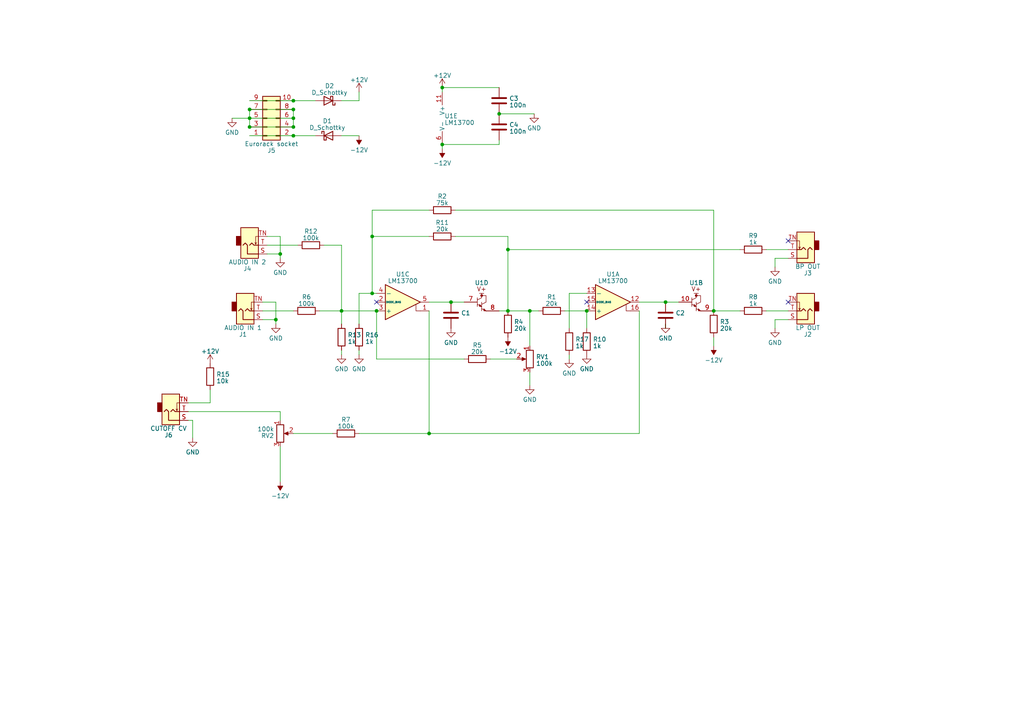
<source format=kicad_sch>
(kicad_sch (version 20230121) (generator eeschema)

  (uuid c23848a2-d966-4796-bc9c-92a3d85c9e97)

  (paper "A4")

  (lib_symbols
    (symbol "Amplifier_Operational:LM13700" (pin_names (offset 0.127)) (in_bom yes) (on_board yes)
      (property "Reference" "U" (at 3.81 5.08 0)
        (effects (font (size 1.27 1.27)))
      )
      (property "Value" "LM13700" (at 5.08 -5.08 0)
        (effects (font (size 1.27 1.27)))
      )
      (property "Footprint" "" (at -7.62 0.635 0)
        (effects (font (size 1.27 1.27)) hide)
      )
      (property "Datasheet" "http://www.ti.com/lit/ds/symlink/lm13700.pdf" (at -7.62 0.635 0)
        (effects (font (size 1.27 1.27)) hide)
      )
      (property "ki_locked" "" (at 0 0 0)
        (effects (font (size 1.27 1.27)))
      )
      (property "ki_keywords" "operational transconductance amplifier OTA" (at 0 0 0)
        (effects (font (size 1.27 1.27)) hide)
      )
      (property "ki_description" "Dual Operational Transconductance Amplifiers with Linearizing Diodes and Buffers, DIP-16/SOIC-16" (at 0 0 0)
        (effects (font (size 1.27 1.27)) hide)
      )
      (property "ki_fp_filters" "SOIC*3.9x9.9mm*P1.27mm* DIP*W7.62mm*" (at 0 0 0)
        (effects (font (size 1.27 1.27)) hide)
      )
      (symbol "LM13700_1_1"
        (polyline
          (pts
            (xy 3.81 -0.635)
            (xy 3.81 -2.54)
            (xy 5.08 -2.54)
          )
          (stroke (width 0) (type default))
          (fill (type none))
        )
        (polyline
          (pts
            (xy 5.08 0)
            (xy -5.08 -5.08)
            (xy -5.08 5.08)
            (xy 5.08 0)
          )
          (stroke (width 0.254) (type default))
          (fill (type background))
        )
        (pin output line (at 7.62 0 180) (length 2.54)
          (name "~" (effects (font (size 1.27 1.27))))
          (number "12" (effects (font (size 1.27 1.27))))
        )
        (pin input line (at -7.62 2.54 0) (length 2.54)
          (name "-" (effects (font (size 1.27 1.27))))
          (number "13" (effects (font (size 1.27 1.27))))
        )
        (pin input line (at -7.62 -2.54 0) (length 2.54)
          (name "+" (effects (font (size 1.27 1.27))))
          (number "14" (effects (font (size 1.27 1.27))))
        )
        (pin input line (at -7.62 0 0) (length 2.54)
          (name "DIODE_BIAS" (effects (font (size 0.508 0.508))))
          (number "15" (effects (font (size 1.27 1.27))))
        )
        (pin input line (at 7.62 -2.54 180) (length 2.54)
          (name "~" (effects (font (size 1.27 1.27))))
          (number "16" (effects (font (size 1.27 1.27))))
        )
      )
      (symbol "LM13700_2_0"
        (polyline
          (pts
            (xy -1.905 2.54)
            (xy -3.175 2.54)
          )
          (stroke (width 0) (type default))
          (fill (type none))
        )
      )
      (symbol "LM13700_2_1"
        (circle (center -2.54 1.905) (radius 0.254)
          (stroke (width 0.254) (type default))
          (fill (type outline))
        )
        (polyline
          (pts
            (xy -3.81 -0.635)
            (xy -2.54 -1.27)
          )
          (stroke (width 0) (type default))
          (fill (type none))
        )
        (polyline
          (pts
            (xy -3.81 1.27)
            (xy -3.81 -1.27)
          )
          (stroke (width 0) (type default))
          (fill (type none))
        )
        (polyline
          (pts
            (xy -2.54 -1.905)
            (xy -1.27 -2.54)
          )
          (stroke (width 0) (type default))
          (fill (type none))
        )
        (polyline
          (pts
            (xy -2.54 0)
            (xy -2.54 -2.54)
          )
          (stroke (width 0) (type default))
          (fill (type none))
        )
        (polyline
          (pts
            (xy -3.81 0.635)
            (xy -2.54 1.27)
            (xy -2.54 1.905)
            (xy -2.54 2.54)
          )
          (stroke (width 0) (type default))
          (fill (type none))
        )
        (polyline
          (pts
            (xy -2.54 -1.27)
            (xy -3.175 -0.635)
            (xy -3.175 -1.27)
            (xy -2.54 -1.27)
          )
          (stroke (width 0) (type default))
          (fill (type outline))
        )
        (polyline
          (pts
            (xy -2.54 -0.635)
            (xy -1.27 0)
            (xy -1.27 1.905)
            (xy -2.54 1.905)
          )
          (stroke (width 0) (type default))
          (fill (type none))
        )
        (polyline
          (pts
            (xy -1.27 -2.54)
            (xy -1.905 -1.905)
            (xy -1.905 -2.54)
            (xy -1.27 -2.54)
          )
          (stroke (width 0) (type default))
          (fill (type outline))
        )
        (text "V+" (at -2.54 3.81 0)
          (effects (font (size 1.27 1.27)))
        )
        (pin input line (at -7.62 0 0) (length 3.81)
          (name "~" (effects (font (size 1.27 1.27))))
          (number "10" (effects (font (size 1.27 1.27))))
        )
        (pin output line (at 2.54 -2.54 180) (length 3.81)
          (name "~" (effects (font (size 1.27 1.27))))
          (number "9" (effects (font (size 1.27 1.27))))
        )
      )
      (symbol "LM13700_3_1"
        (polyline
          (pts
            (xy 3.81 -0.635)
            (xy 3.81 -2.54)
            (xy 5.08 -2.54)
          )
          (stroke (width 0) (type default))
          (fill (type none))
        )
        (polyline
          (pts
            (xy 5.08 0)
            (xy -5.08 -5.08)
            (xy -5.08 5.08)
            (xy 5.08 0)
          )
          (stroke (width 0.254) (type default))
          (fill (type background))
        )
        (pin input line (at 7.62 -2.54 180) (length 2.54)
          (name "~" (effects (font (size 1.27 1.27))))
          (number "1" (effects (font (size 1.27 1.27))))
        )
        (pin input line (at -7.62 0 0) (length 2.54)
          (name "DIODE_BIAS" (effects (font (size 0.508 0.508))))
          (number "2" (effects (font (size 1.27 1.27))))
        )
        (pin input line (at -7.62 -2.54 0) (length 2.54)
          (name "+" (effects (font (size 1.27 1.27))))
          (number "3" (effects (font (size 1.27 1.27))))
        )
        (pin input line (at -7.62 2.54 0) (length 2.54)
          (name "-" (effects (font (size 1.27 1.27))))
          (number "4" (effects (font (size 1.27 1.27))))
        )
        (pin output line (at 7.62 0 180) (length 2.54)
          (name "~" (effects (font (size 1.27 1.27))))
          (number "5" (effects (font (size 1.27 1.27))))
        )
      )
      (symbol "LM13700_4_0"
        (polyline
          (pts
            (xy -3.175 2.54)
            (xy -1.905 2.54)
          )
          (stroke (width 0) (type default))
          (fill (type none))
        )
        (text "V+" (at -2.54 3.81 0)
          (effects (font (size 1.27 1.27)))
        )
      )
      (symbol "LM13700_4_1"
        (circle (center -2.54 1.905) (radius 0.254)
          (stroke (width 0.254) (type default))
          (fill (type outline))
        )
        (polyline
          (pts
            (xy -3.81 -0.635)
            (xy -2.54 -1.27)
          )
          (stroke (width 0) (type default))
          (fill (type none))
        )
        (polyline
          (pts
            (xy -3.81 1.27)
            (xy -3.81 -1.27)
          )
          (stroke (width 0) (type default))
          (fill (type none))
        )
        (polyline
          (pts
            (xy -2.54 -1.905)
            (xy -1.27 -2.54)
          )
          (stroke (width 0) (type default))
          (fill (type none))
        )
        (polyline
          (pts
            (xy -2.54 0)
            (xy -2.54 -2.54)
          )
          (stroke (width 0) (type default))
          (fill (type none))
        )
        (polyline
          (pts
            (xy -3.81 0.635)
            (xy -2.54 1.27)
            (xy -2.54 2.54)
          )
          (stroke (width 0) (type default))
          (fill (type none))
        )
        (polyline
          (pts
            (xy -2.54 -1.27)
            (xy -3.175 -0.635)
            (xy -3.175 -1.27)
            (xy -2.54 -1.27)
          )
          (stroke (width 0) (type default))
          (fill (type outline))
        )
        (polyline
          (pts
            (xy -2.54 -0.635)
            (xy -1.27 0)
            (xy -1.27 1.905)
            (xy -2.54 1.905)
          )
          (stroke (width 0) (type default))
          (fill (type none))
        )
        (polyline
          (pts
            (xy -1.27 -2.54)
            (xy -1.905 -1.905)
            (xy -1.905 -2.54)
            (xy -1.27 -2.54)
          )
          (stroke (width 0) (type default))
          (fill (type outline))
        )
        (pin input line (at -7.62 0 0) (length 3.81)
          (name "~" (effects (font (size 1.27 1.27))))
          (number "7" (effects (font (size 1.27 1.27))))
        )
        (pin output line (at 2.54 -2.54 180) (length 3.81)
          (name "~" (effects (font (size 1.27 1.27))))
          (number "8" (effects (font (size 1.27 1.27))))
        )
      )
      (symbol "LM13700_5_1"
        (pin power_in line (at -2.54 7.62 270) (length 3.81)
          (name "V+" (effects (font (size 1.27 1.27))))
          (number "11" (effects (font (size 1.27 1.27))))
        )
        (pin power_in line (at -2.54 -7.62 90) (length 3.81)
          (name "V-" (effects (font (size 1.27 1.27))))
          (number "6" (effects (font (size 1.27 1.27))))
        )
      )
    )
    (symbol "Connector_Audio:AudioJack2_SwitchT" (in_bom yes) (on_board yes)
      (property "Reference" "J" (at 0 8.89 0)
        (effects (font (size 1.27 1.27)))
      )
      (property "Value" "AudioJack2_SwitchT" (at 0 6.35 0)
        (effects (font (size 1.27 1.27)))
      )
      (property "Footprint" "" (at 0 0 0)
        (effects (font (size 1.27 1.27)) hide)
      )
      (property "Datasheet" "~" (at 0 0 0)
        (effects (font (size 1.27 1.27)) hide)
      )
      (property "ki_keywords" "audio jack receptacle mono headphones phone TS connector" (at 0 0 0)
        (effects (font (size 1.27 1.27)) hide)
      )
      (property "ki_description" "Audio Jack, 2 Poles (Mono / TS), Switched T Pole (Normalling)" (at 0 0 0)
        (effects (font (size 1.27 1.27)) hide)
      )
      (property "ki_fp_filters" "Jack*" (at 0 0 0)
        (effects (font (size 1.27 1.27)) hide)
      )
      (symbol "AudioJack2_SwitchT_0_1"
        (rectangle (start -2.54 0) (end -3.81 -2.54)
          (stroke (width 0.254) (type default))
          (fill (type outline))
        )
        (polyline
          (pts
            (xy 1.778 -0.254)
            (xy 2.032 -0.762)
          )
          (stroke (width 0) (type default))
          (fill (type none))
        )
        (polyline
          (pts
            (xy 0 0)
            (xy 0.635 -0.635)
            (xy 1.27 0)
            (xy 2.54 0)
          )
          (stroke (width 0.254) (type default))
          (fill (type none))
        )
        (polyline
          (pts
            (xy 2.54 -2.54)
            (xy 1.778 -2.54)
            (xy 1.778 -0.254)
            (xy 1.524 -0.762)
          )
          (stroke (width 0) (type default))
          (fill (type none))
        )
        (polyline
          (pts
            (xy 2.54 2.54)
            (xy -0.635 2.54)
            (xy -0.635 0)
            (xy -1.27 -0.635)
            (xy -1.905 0)
          )
          (stroke (width 0.254) (type default))
          (fill (type none))
        )
        (rectangle (start 2.54 3.81) (end -2.54 -5.08)
          (stroke (width 0.254) (type default))
          (fill (type background))
        )
      )
      (symbol "AudioJack2_SwitchT_1_1"
        (pin passive line (at 5.08 2.54 180) (length 2.54)
          (name "~" (effects (font (size 1.27 1.27))))
          (number "S" (effects (font (size 1.27 1.27))))
        )
        (pin passive line (at 5.08 0 180) (length 2.54)
          (name "~" (effects (font (size 1.27 1.27))))
          (number "T" (effects (font (size 1.27 1.27))))
        )
        (pin passive line (at 5.08 -2.54 180) (length 2.54)
          (name "~" (effects (font (size 1.27 1.27))))
          (number "TN" (effects (font (size 1.27 1.27))))
        )
      )
    )
    (symbol "Connector_Generic:Conn_02x05_Odd_Even" (pin_names (offset 1.016) hide) (in_bom yes) (on_board yes)
      (property "Reference" "J" (at 1.27 7.62 0)
        (effects (font (size 1.27 1.27)))
      )
      (property "Value" "Conn_02x05_Odd_Even" (at 1.27 -7.62 0)
        (effects (font (size 1.27 1.27)))
      )
      (property "Footprint" "" (at 0 0 0)
        (effects (font (size 1.27 1.27)) hide)
      )
      (property "Datasheet" "~" (at 0 0 0)
        (effects (font (size 1.27 1.27)) hide)
      )
      (property "ki_keywords" "connector" (at 0 0 0)
        (effects (font (size 1.27 1.27)) hide)
      )
      (property "ki_description" "Generic connector, double row, 02x05, odd/even pin numbering scheme (row 1 odd numbers, row 2 even numbers), script generated (kicad-library-utils/schlib/autogen/connector/)" (at 0 0 0)
        (effects (font (size 1.27 1.27)) hide)
      )
      (property "ki_fp_filters" "Connector*:*_2x??_*" (at 0 0 0)
        (effects (font (size 1.27 1.27)) hide)
      )
      (symbol "Conn_02x05_Odd_Even_1_1"
        (rectangle (start -1.27 -4.953) (end 0 -5.207)
          (stroke (width 0.1524) (type default))
          (fill (type none))
        )
        (rectangle (start -1.27 -2.413) (end 0 -2.667)
          (stroke (width 0.1524) (type default))
          (fill (type none))
        )
        (rectangle (start -1.27 0.127) (end 0 -0.127)
          (stroke (width 0.1524) (type default))
          (fill (type none))
        )
        (rectangle (start -1.27 2.667) (end 0 2.413)
          (stroke (width 0.1524) (type default))
          (fill (type none))
        )
        (rectangle (start -1.27 5.207) (end 0 4.953)
          (stroke (width 0.1524) (type default))
          (fill (type none))
        )
        (rectangle (start -1.27 6.35) (end 3.81 -6.35)
          (stroke (width 0.254) (type default))
          (fill (type background))
        )
        (rectangle (start 3.81 -4.953) (end 2.54 -5.207)
          (stroke (width 0.1524) (type default))
          (fill (type none))
        )
        (rectangle (start 3.81 -2.413) (end 2.54 -2.667)
          (stroke (width 0.1524) (type default))
          (fill (type none))
        )
        (rectangle (start 3.81 0.127) (end 2.54 -0.127)
          (stroke (width 0.1524) (type default))
          (fill (type none))
        )
        (rectangle (start 3.81 2.667) (end 2.54 2.413)
          (stroke (width 0.1524) (type default))
          (fill (type none))
        )
        (rectangle (start 3.81 5.207) (end 2.54 4.953)
          (stroke (width 0.1524) (type default))
          (fill (type none))
        )
        (pin passive line (at -5.08 5.08 0) (length 3.81)
          (name "Pin_1" (effects (font (size 1.27 1.27))))
          (number "1" (effects (font (size 1.27 1.27))))
        )
        (pin passive line (at 7.62 -5.08 180) (length 3.81)
          (name "Pin_10" (effects (font (size 1.27 1.27))))
          (number "10" (effects (font (size 1.27 1.27))))
        )
        (pin passive line (at 7.62 5.08 180) (length 3.81)
          (name "Pin_2" (effects (font (size 1.27 1.27))))
          (number "2" (effects (font (size 1.27 1.27))))
        )
        (pin passive line (at -5.08 2.54 0) (length 3.81)
          (name "Pin_3" (effects (font (size 1.27 1.27))))
          (number "3" (effects (font (size 1.27 1.27))))
        )
        (pin passive line (at 7.62 2.54 180) (length 3.81)
          (name "Pin_4" (effects (font (size 1.27 1.27))))
          (number "4" (effects (font (size 1.27 1.27))))
        )
        (pin passive line (at -5.08 0 0) (length 3.81)
          (name "Pin_5" (effects (font (size 1.27 1.27))))
          (number "5" (effects (font (size 1.27 1.27))))
        )
        (pin passive line (at 7.62 0 180) (length 3.81)
          (name "Pin_6" (effects (font (size 1.27 1.27))))
          (number "6" (effects (font (size 1.27 1.27))))
        )
        (pin passive line (at -5.08 -2.54 0) (length 3.81)
          (name "Pin_7" (effects (font (size 1.27 1.27))))
          (number "7" (effects (font (size 1.27 1.27))))
        )
        (pin passive line (at 7.62 -2.54 180) (length 3.81)
          (name "Pin_8" (effects (font (size 1.27 1.27))))
          (number "8" (effects (font (size 1.27 1.27))))
        )
        (pin passive line (at -5.08 -5.08 0) (length 3.81)
          (name "Pin_9" (effects (font (size 1.27 1.27))))
          (number "9" (effects (font (size 1.27 1.27))))
        )
      )
    )
    (symbol "Device:C" (pin_numbers hide) (pin_names (offset 0.254)) (in_bom yes) (on_board yes)
      (property "Reference" "C" (at 0.635 2.54 0)
        (effects (font (size 1.27 1.27)) (justify left))
      )
      (property "Value" "C" (at 0.635 -2.54 0)
        (effects (font (size 1.27 1.27)) (justify left))
      )
      (property "Footprint" "" (at 0.9652 -3.81 0)
        (effects (font (size 1.27 1.27)) hide)
      )
      (property "Datasheet" "~" (at 0 0 0)
        (effects (font (size 1.27 1.27)) hide)
      )
      (property "ki_keywords" "cap capacitor" (at 0 0 0)
        (effects (font (size 1.27 1.27)) hide)
      )
      (property "ki_description" "Unpolarized capacitor" (at 0 0 0)
        (effects (font (size 1.27 1.27)) hide)
      )
      (property "ki_fp_filters" "C_*" (at 0 0 0)
        (effects (font (size 1.27 1.27)) hide)
      )
      (symbol "C_0_1"
        (polyline
          (pts
            (xy -2.032 -0.762)
            (xy 2.032 -0.762)
          )
          (stroke (width 0.508) (type default))
          (fill (type none))
        )
        (polyline
          (pts
            (xy -2.032 0.762)
            (xy 2.032 0.762)
          )
          (stroke (width 0.508) (type default))
          (fill (type none))
        )
      )
      (symbol "C_1_1"
        (pin passive line (at 0 3.81 270) (length 2.794)
          (name "~" (effects (font (size 1.27 1.27))))
          (number "1" (effects (font (size 1.27 1.27))))
        )
        (pin passive line (at 0 -3.81 90) (length 2.794)
          (name "~" (effects (font (size 1.27 1.27))))
          (number "2" (effects (font (size 1.27 1.27))))
        )
      )
    )
    (symbol "Device:D_Schottky" (pin_numbers hide) (pin_names (offset 1.016) hide) (in_bom yes) (on_board yes)
      (property "Reference" "D" (at 0 2.54 0)
        (effects (font (size 1.27 1.27)))
      )
      (property "Value" "D_Schottky" (at 0 -2.54 0)
        (effects (font (size 1.27 1.27)))
      )
      (property "Footprint" "" (at 0 0 0)
        (effects (font (size 1.27 1.27)) hide)
      )
      (property "Datasheet" "~" (at 0 0 0)
        (effects (font (size 1.27 1.27)) hide)
      )
      (property "ki_keywords" "diode Schottky" (at 0 0 0)
        (effects (font (size 1.27 1.27)) hide)
      )
      (property "ki_description" "Schottky diode" (at 0 0 0)
        (effects (font (size 1.27 1.27)) hide)
      )
      (property "ki_fp_filters" "TO-???* *_Diode_* *SingleDiode* D_*" (at 0 0 0)
        (effects (font (size 1.27 1.27)) hide)
      )
      (symbol "D_Schottky_0_1"
        (polyline
          (pts
            (xy 1.27 0)
            (xy -1.27 0)
          )
          (stroke (width 0) (type default))
          (fill (type none))
        )
        (polyline
          (pts
            (xy 1.27 1.27)
            (xy 1.27 -1.27)
            (xy -1.27 0)
            (xy 1.27 1.27)
          )
          (stroke (width 0.254) (type default))
          (fill (type none))
        )
        (polyline
          (pts
            (xy -1.905 0.635)
            (xy -1.905 1.27)
            (xy -1.27 1.27)
            (xy -1.27 -1.27)
            (xy -0.635 -1.27)
            (xy -0.635 -0.635)
          )
          (stroke (width 0.254) (type default))
          (fill (type none))
        )
      )
      (symbol "D_Schottky_1_1"
        (pin passive line (at -3.81 0 0) (length 2.54)
          (name "K" (effects (font (size 1.27 1.27))))
          (number "1" (effects (font (size 1.27 1.27))))
        )
        (pin passive line (at 3.81 0 180) (length 2.54)
          (name "A" (effects (font (size 1.27 1.27))))
          (number "2" (effects (font (size 1.27 1.27))))
        )
      )
    )
    (symbol "Device:R" (pin_numbers hide) (pin_names (offset 0)) (in_bom yes) (on_board yes)
      (property "Reference" "R" (at 2.032 0 90)
        (effects (font (size 1.27 1.27)))
      )
      (property "Value" "R" (at 0 0 90)
        (effects (font (size 1.27 1.27)))
      )
      (property "Footprint" "" (at -1.778 0 90)
        (effects (font (size 1.27 1.27)) hide)
      )
      (property "Datasheet" "~" (at 0 0 0)
        (effects (font (size 1.27 1.27)) hide)
      )
      (property "ki_keywords" "R res resistor" (at 0 0 0)
        (effects (font (size 1.27 1.27)) hide)
      )
      (property "ki_description" "Resistor" (at 0 0 0)
        (effects (font (size 1.27 1.27)) hide)
      )
      (property "ki_fp_filters" "R_*" (at 0 0 0)
        (effects (font (size 1.27 1.27)) hide)
      )
      (symbol "R_0_1"
        (rectangle (start -1.016 -2.54) (end 1.016 2.54)
          (stroke (width 0.254) (type default))
          (fill (type none))
        )
      )
      (symbol "R_1_1"
        (pin passive line (at 0 3.81 270) (length 1.27)
          (name "~" (effects (font (size 1.27 1.27))))
          (number "1" (effects (font (size 1.27 1.27))))
        )
        (pin passive line (at 0 -3.81 90) (length 1.27)
          (name "~" (effects (font (size 1.27 1.27))))
          (number "2" (effects (font (size 1.27 1.27))))
        )
      )
    )
    (symbol "Device:R_Potentiometer" (pin_names (offset 1.016) hide) (in_bom yes) (on_board yes)
      (property "Reference" "RV" (at -4.445 0 90)
        (effects (font (size 1.27 1.27)))
      )
      (property "Value" "R_Potentiometer" (at -2.54 0 90)
        (effects (font (size 1.27 1.27)))
      )
      (property "Footprint" "" (at 0 0 0)
        (effects (font (size 1.27 1.27)) hide)
      )
      (property "Datasheet" "~" (at 0 0 0)
        (effects (font (size 1.27 1.27)) hide)
      )
      (property "ki_keywords" "resistor variable" (at 0 0 0)
        (effects (font (size 1.27 1.27)) hide)
      )
      (property "ki_description" "Potentiometer" (at 0 0 0)
        (effects (font (size 1.27 1.27)) hide)
      )
      (property "ki_fp_filters" "Potentiometer*" (at 0 0 0)
        (effects (font (size 1.27 1.27)) hide)
      )
      (symbol "R_Potentiometer_0_1"
        (polyline
          (pts
            (xy 2.54 0)
            (xy 1.524 0)
          )
          (stroke (width 0) (type default))
          (fill (type none))
        )
        (polyline
          (pts
            (xy 1.143 0)
            (xy 2.286 0.508)
            (xy 2.286 -0.508)
            (xy 1.143 0)
          )
          (stroke (width 0) (type default))
          (fill (type outline))
        )
        (rectangle (start 1.016 2.54) (end -1.016 -2.54)
          (stroke (width 0.254) (type default))
          (fill (type none))
        )
      )
      (symbol "R_Potentiometer_1_1"
        (pin passive line (at 0 3.81 270) (length 1.27)
          (name "1" (effects (font (size 1.27 1.27))))
          (number "1" (effects (font (size 1.27 1.27))))
        )
        (pin passive line (at 3.81 0 180) (length 1.27)
          (name "2" (effects (font (size 1.27 1.27))))
          (number "2" (effects (font (size 1.27 1.27))))
        )
        (pin passive line (at 0 -3.81 90) (length 1.27)
          (name "3" (effects (font (size 1.27 1.27))))
          (number "3" (effects (font (size 1.27 1.27))))
        )
      )
    )
    (symbol "power:+12V" (power) (pin_names (offset 0)) (in_bom yes) (on_board yes)
      (property "Reference" "#PWR" (at 0 -3.81 0)
        (effects (font (size 1.27 1.27)) hide)
      )
      (property "Value" "+12V" (at 0 3.556 0)
        (effects (font (size 1.27 1.27)))
      )
      (property "Footprint" "" (at 0 0 0)
        (effects (font (size 1.27 1.27)) hide)
      )
      (property "Datasheet" "" (at 0 0 0)
        (effects (font (size 1.27 1.27)) hide)
      )
      (property "ki_keywords" "global power" (at 0 0 0)
        (effects (font (size 1.27 1.27)) hide)
      )
      (property "ki_description" "Power symbol creates a global label with name \"+12V\"" (at 0 0 0)
        (effects (font (size 1.27 1.27)) hide)
      )
      (symbol "+12V_0_1"
        (polyline
          (pts
            (xy -0.762 1.27)
            (xy 0 2.54)
          )
          (stroke (width 0) (type default))
          (fill (type none))
        )
        (polyline
          (pts
            (xy 0 0)
            (xy 0 2.54)
          )
          (stroke (width 0) (type default))
          (fill (type none))
        )
        (polyline
          (pts
            (xy 0 2.54)
            (xy 0.762 1.27)
          )
          (stroke (width 0) (type default))
          (fill (type none))
        )
      )
      (symbol "+12V_1_1"
        (pin power_in line (at 0 0 90) (length 0) hide
          (name "+12V" (effects (font (size 1.27 1.27))))
          (number "1" (effects (font (size 1.27 1.27))))
        )
      )
    )
    (symbol "power:-12V" (power) (pin_names (offset 0)) (in_bom yes) (on_board yes)
      (property "Reference" "#PWR" (at 0 2.54 0)
        (effects (font (size 1.27 1.27)) hide)
      )
      (property "Value" "-12V" (at 0 3.81 0)
        (effects (font (size 1.27 1.27)))
      )
      (property "Footprint" "" (at 0 0 0)
        (effects (font (size 1.27 1.27)) hide)
      )
      (property "Datasheet" "" (at 0 0 0)
        (effects (font (size 1.27 1.27)) hide)
      )
      (property "ki_keywords" "global power" (at 0 0 0)
        (effects (font (size 1.27 1.27)) hide)
      )
      (property "ki_description" "Power symbol creates a global label with name \"-12V\"" (at 0 0 0)
        (effects (font (size 1.27 1.27)) hide)
      )
      (symbol "-12V_0_0"
        (pin power_in line (at 0 0 90) (length 0) hide
          (name "-12V" (effects (font (size 1.27 1.27))))
          (number "1" (effects (font (size 1.27 1.27))))
        )
      )
      (symbol "-12V_0_1"
        (polyline
          (pts
            (xy 0 0)
            (xy 0 1.27)
            (xy 0.762 1.27)
            (xy 0 2.54)
            (xy -0.762 1.27)
            (xy 0 1.27)
          )
          (stroke (width 0) (type default))
          (fill (type outline))
        )
      )
    )
    (symbol "power:GND" (power) (pin_names (offset 0)) (in_bom yes) (on_board yes)
      (property "Reference" "#PWR" (at 0 -6.35 0)
        (effects (font (size 1.27 1.27)) hide)
      )
      (property "Value" "GND" (at 0 -3.81 0)
        (effects (font (size 1.27 1.27)))
      )
      (property "Footprint" "" (at 0 0 0)
        (effects (font (size 1.27 1.27)) hide)
      )
      (property "Datasheet" "" (at 0 0 0)
        (effects (font (size 1.27 1.27)) hide)
      )
      (property "ki_keywords" "global power" (at 0 0 0)
        (effects (font (size 1.27 1.27)) hide)
      )
      (property "ki_description" "Power symbol creates a global label with name \"GND\" , ground" (at 0 0 0)
        (effects (font (size 1.27 1.27)) hide)
      )
      (symbol "GND_0_1"
        (polyline
          (pts
            (xy 0 0)
            (xy 0 -1.27)
            (xy 1.27 -1.27)
            (xy 0 -2.54)
            (xy -1.27 -1.27)
            (xy 0 -1.27)
          )
          (stroke (width 0) (type default))
          (fill (type none))
        )
      )
      (symbol "GND_1_1"
        (pin power_in line (at 0 0 270) (length 0) hide
          (name "GND" (effects (font (size 1.27 1.27))))
          (number "1" (effects (font (size 1.27 1.27))))
        )
      )
    )
  )

  (junction (at 124.46 125.73) (diameter 0) (color 0 0 0 0)
    (uuid 00813e62-c975-4c2b-8165-6d50289f1b9d)
  )
  (junction (at 85.09 39.37) (diameter 0) (color 0 0 0 0)
    (uuid 13df25ce-650e-4011-8ada-7f7cc79d777a)
  )
  (junction (at 81.28 73.66) (diameter 0) (color 0 0 0 0)
    (uuid 3b886895-b573-42b0-8564-12a36a43e9d1)
  )
  (junction (at 99.06 90.17) (diameter 0) (color 0 0 0 0)
    (uuid 43023ad4-12e0-4050-b0a1-8e7e34a0b6c0)
  )
  (junction (at 193.04 87.63) (diameter 0) (color 0 0 0 0)
    (uuid 4a690343-0a82-4594-9c13-813c8441d819)
  )
  (junction (at 128.27 41.91) (diameter 0) (color 0 0 0 0)
    (uuid 59152fd6-a285-4fca-b2e6-40b37186960b)
  )
  (junction (at 72.39 34.29) (diameter 0) (color 0 0 0 0)
    (uuid 5953c045-2c11-4451-9330-c311407e3653)
  )
  (junction (at 147.32 90.17) (diameter 0) (color 0 0 0 0)
    (uuid 67e220e8-375b-490b-a523-35ee9b561369)
  )
  (junction (at 72.39 31.75) (diameter 0) (color 0 0 0 0)
    (uuid 8c557e38-c3cd-466b-bb83-2be2cd4db67d)
  )
  (junction (at 85.09 34.29) (diameter 0) (color 0 0 0 0)
    (uuid 90b45293-f61c-457b-8390-198f8f462565)
  )
  (junction (at 144.78 33.02) (diameter 0) (color 0 0 0 0)
    (uuid 953a409a-f326-4ebc-8820-520a9493a0fe)
  )
  (junction (at 72.39 36.83) (diameter 0) (color 0 0 0 0)
    (uuid 9c11c662-444f-47f5-a0d5-f8866cae36f3)
  )
  (junction (at 85.09 29.21) (diameter 0) (color 0 0 0 0)
    (uuid a163f26d-7a96-45ed-b960-4814daadea5f)
  )
  (junction (at 109.22 90.17) (diameter 0) (color 0 0 0 0)
    (uuid a1e02f4b-dfda-4d71-8d0b-c447b93217fe)
  )
  (junction (at 147.32 72.39) (diameter 0) (color 0 0 0 0)
    (uuid a4f40df3-daa0-4525-bb11-7582b96e9ad3)
  )
  (junction (at 107.95 68.58) (diameter 0) (color 0 0 0 0)
    (uuid bec4e63e-121d-4181-b304-cc63c6c04b30)
  )
  (junction (at 130.81 87.63) (diameter 0) (color 0 0 0 0)
    (uuid ca2008f6-f4cc-4bed-9716-d7382984247e)
  )
  (junction (at 107.95 85.09) (diameter 0) (color 0 0 0 0)
    (uuid cc780bb2-cb05-4d7e-baef-fe4464b7e1ca)
  )
  (junction (at 85.09 31.75) (diameter 0) (color 0 0 0 0)
    (uuid cd8aa01c-7593-4a16-afcb-cf3fee4550ed)
  )
  (junction (at 153.67 90.17) (diameter 0) (color 0 0 0 0)
    (uuid d593fa01-3d68-4b4c-8296-3ee79a20f537)
  )
  (junction (at 80.01 92.71) (diameter 0) (color 0 0 0 0)
    (uuid e12cd273-96eb-4b1b-9ac3-08361ba8ed9c)
  )
  (junction (at 207.01 90.17) (diameter 0) (color 0 0 0 0)
    (uuid e1d249fd-cf80-43c4-9903-dc6799f63207)
  )
  (junction (at 128.27 25.4) (diameter 0) (color 0 0 0 0)
    (uuid e3436cd4-31eb-422a-87ef-8aaa270599e3)
  )
  (junction (at 85.09 36.83) (diameter 0) (color 0 0 0 0)
    (uuid eb91ee5f-8638-4207-8c15-b5e16de3e66a)
  )
  (junction (at 170.18 90.17) (diameter 0) (color 0 0 0 0)
    (uuid ffebf693-a80e-49da-b49b-3b0b7dd88aa8)
  )

  (no_connect (at 228.6 87.63) (uuid 018d4d80-52ac-4a7f-b349-6aeb571652bb))
  (no_connect (at 170.18 87.63) (uuid 3f4f2e49-f9a6-46ec-8ff7-9fcf9fc28ac1))
  (no_connect (at 228.6 69.85) (uuid 64ab7345-3040-477a-9b42-8ab0efc5b665))
  (no_connect (at 109.22 87.63) (uuid d71d30e8-535a-4f89-bca4-f6c39d1f22b0))

  (wire (pts (xy 207.01 90.17) (xy 214.63 90.17))
    (stroke (width 0) (type default))
    (uuid 03868393-7dc1-4610-ab9e-7f652a921df7)
  )
  (wire (pts (xy 193.04 93.98) (xy 193.04 95.25))
    (stroke (width 0) (type default))
    (uuid 06b027f3-345c-4c31-ba9b-3280f0642dc4)
  )
  (wire (pts (xy 163.83 90.17) (xy 170.18 90.17))
    (stroke (width 0) (type default))
    (uuid 09e90b85-ec6e-445d-a0ed-c747939c737c)
  )
  (wire (pts (xy 104.14 125.73) (xy 124.46 125.73))
    (stroke (width 0) (type default))
    (uuid 1619dab2-4ba7-4a54-a1cf-cca57a71440d)
  )
  (wire (pts (xy 55.88 121.92) (xy 54.61 121.92))
    (stroke (width 0) (type default))
    (uuid 17ec665a-44a8-4213-9db5-44a8f9865265)
  )
  (wire (pts (xy 224.79 74.93) (xy 224.79 77.47))
    (stroke (width 0) (type default))
    (uuid 184f1056-e34c-4eb0-975c-37eb0572fbde)
  )
  (wire (pts (xy 107.95 68.58) (xy 107.95 85.09))
    (stroke (width 0) (type default))
    (uuid 1c03b313-6c53-4d84-899c-bad923b3bbdd)
  )
  (wire (pts (xy 165.1 102.87) (xy 165.1 104.14))
    (stroke (width 0) (type default))
    (uuid 22a7cceb-4d8e-4dbc-be12-b4cde445376f)
  )
  (wire (pts (xy 144.78 41.91) (xy 144.78 40.64))
    (stroke (width 0) (type default))
    (uuid 23d0803f-166f-4280-a79a-b75094fe39a1)
  )
  (wire (pts (xy 107.95 60.96) (xy 107.95 68.58))
    (stroke (width 0) (type default))
    (uuid 2979b5fd-95fc-4eeb-b967-6b1aac66112a)
  )
  (wire (pts (xy 99.06 90.17) (xy 109.22 90.17))
    (stroke (width 0) (type default))
    (uuid 2a900343-36f5-43b7-9cc0-be22781abca4)
  )
  (wire (pts (xy 104.14 101.6) (xy 104.14 102.87))
    (stroke (width 0) (type default))
    (uuid 2cd4e382-e903-46c5-82cd-97faa7b391e8)
  )
  (wire (pts (xy 72.39 34.29) (xy 85.09 34.29))
    (stroke (width 0) (type default))
    (uuid 389c9f7a-2abf-4c2d-bc75-d55bbb41e06c)
  )
  (wire (pts (xy 72.39 36.83) (xy 85.09 36.83))
    (stroke (width 0) (type default))
    (uuid 3ad8dc35-7f15-4be2-96e2-e221fc8b6c86)
  )
  (wire (pts (xy 153.67 111.76) (xy 153.67 107.95))
    (stroke (width 0) (type default))
    (uuid 3b79ec13-cb31-49d2-8b20-4a76f85b41d4)
  )
  (wire (pts (xy 124.46 87.63) (xy 130.81 87.63))
    (stroke (width 0) (type default))
    (uuid 3e3e0476-67a1-4fd8-826e-0052df1e76ef)
  )
  (wire (pts (xy 99.06 29.21) (xy 104.14 29.21))
    (stroke (width 0) (type default))
    (uuid 4364d3dc-aadc-4e09-8edf-f7963fd17a03)
  )
  (wire (pts (xy 99.06 90.17) (xy 99.06 93.98))
    (stroke (width 0) (type default))
    (uuid 4c235baa-ada8-444f-9efb-cb358172e298)
  )
  (wire (pts (xy 144.78 33.02) (xy 154.94 33.02))
    (stroke (width 0) (type default))
    (uuid 4dd449c7-3864-46be-a103-fc39572adbd9)
  )
  (wire (pts (xy 72.39 39.37) (xy 85.09 39.37))
    (stroke (width 0) (type default))
    (uuid 4ec38aad-1bb2-4a08-8812-5fae9c1a838f)
  )
  (wire (pts (xy 104.14 29.21) (xy 104.14 26.67))
    (stroke (width 0) (type default))
    (uuid 50925b74-6a46-4954-bf14-736bad7310ed)
  )
  (wire (pts (xy 128.27 25.4) (xy 144.78 25.4))
    (stroke (width 0) (type default))
    (uuid 50f824e4-c30a-416d-adba-21f52c161408)
  )
  (wire (pts (xy 128.27 43.18) (xy 128.27 41.91))
    (stroke (width 0) (type default))
    (uuid 512cc5c0-f074-4956-8daf-08873fecee48)
  )
  (wire (pts (xy 124.46 90.17) (xy 124.46 125.73))
    (stroke (width 0) (type default))
    (uuid 57427fc2-266a-41c2-b59e-7feb3904d002)
  )
  (wire (pts (xy 99.06 101.6) (xy 99.06 102.87))
    (stroke (width 0) (type default))
    (uuid 574ca3cc-cee6-4bd1-a4cb-6ff4cf08ba2c)
  )
  (wire (pts (xy 81.28 119.38) (xy 81.28 121.92))
    (stroke (width 0) (type default))
    (uuid 58f3b74f-bb27-45c4-8ea9-728cdfb73d65)
  )
  (wire (pts (xy 93.98 71.12) (xy 99.06 71.12))
    (stroke (width 0) (type default))
    (uuid 599cbeb0-51b2-4123-8d92-e8f6948ee1e9)
  )
  (wire (pts (xy 80.01 87.63) (xy 80.01 92.71))
    (stroke (width 0) (type default))
    (uuid 5aff899b-ec34-4aed-adcb-43081a326dbe)
  )
  (wire (pts (xy 85.09 34.29) (xy 85.09 36.83))
    (stroke (width 0) (type default))
    (uuid 5b2e8d40-b1b7-4357-a6bf-48fd1060000f)
  )
  (wire (pts (xy 193.04 87.63) (xy 196.85 87.63))
    (stroke (width 0) (type default))
    (uuid 5c22daad-818a-419c-bcef-69e696c674ba)
  )
  (wire (pts (xy 72.39 29.21) (xy 85.09 29.21))
    (stroke (width 0) (type default))
    (uuid 5e4a6221-c079-4265-97f3-06676ea3a815)
  )
  (wire (pts (xy 165.1 85.09) (xy 165.1 95.25))
    (stroke (width 0) (type default))
    (uuid 63e0ffd5-d30f-4de7-b1ae-dc9aa390998c)
  )
  (wire (pts (xy 134.62 104.14) (xy 109.22 104.14))
    (stroke (width 0) (type default))
    (uuid 66307b16-5fa7-4ab5-8cce-f7f608fae60e)
  )
  (wire (pts (xy 104.14 85.09) (xy 104.14 93.98))
    (stroke (width 0) (type default))
    (uuid 6ba6fc8d-8398-4e42-b239-cde57e888533)
  )
  (wire (pts (xy 77.47 71.12) (xy 86.36 71.12))
    (stroke (width 0) (type default))
    (uuid 6c7a164a-d47a-459f-9690-ea4f1db29529)
  )
  (wire (pts (xy 207.01 60.96) (xy 132.08 60.96))
    (stroke (width 0) (type default))
    (uuid 70aa48c6-f305-425c-b233-4ada3b9004ae)
  )
  (wire (pts (xy 85.09 29.21) (xy 91.44 29.21))
    (stroke (width 0) (type default))
    (uuid 71894ea3-4ea8-4e3a-a105-d8c7a8a8d813)
  )
  (wire (pts (xy 132.08 68.58) (xy 147.32 68.58))
    (stroke (width 0) (type default))
    (uuid 7237d928-cfdc-4e92-b02b-4e465a516792)
  )
  (wire (pts (xy 207.01 97.79) (xy 207.01 100.33))
    (stroke (width 0) (type default))
    (uuid 73525d42-8fe6-41d0-86c7-18d11b0b02b5)
  )
  (wire (pts (xy 107.95 85.09) (xy 109.22 85.09))
    (stroke (width 0) (type default))
    (uuid 743b412a-ca0e-4145-9d11-b184c5cdad91)
  )
  (wire (pts (xy 80.01 92.71) (xy 80.01 93.98))
    (stroke (width 0) (type default))
    (uuid 755007fa-7379-40b7-8dae-e8cb19d02fab)
  )
  (wire (pts (xy 76.2 87.63) (xy 80.01 87.63))
    (stroke (width 0) (type default))
    (uuid 764b4a0a-dfe5-4456-a7bb-0bb7e211f60c)
  )
  (wire (pts (xy 185.42 87.63) (xy 193.04 87.63))
    (stroke (width 0) (type default))
    (uuid 788d0d9b-697c-411c-8531-c73e5cf55f20)
  )
  (wire (pts (xy 54.61 116.84) (xy 60.96 116.84))
    (stroke (width 0) (type default))
    (uuid 79658d40-db47-46ad-9c80-8776363fe614)
  )
  (wire (pts (xy 147.32 90.17) (xy 153.67 90.17))
    (stroke (width 0) (type default))
    (uuid 79b4d3c1-89c2-44af-9b76-7413a9d5532c)
  )
  (wire (pts (xy 153.67 90.17) (xy 153.67 100.33))
    (stroke (width 0) (type default))
    (uuid 7a92c2b5-2406-4b6f-935c-699752be10d6)
  )
  (wire (pts (xy 170.18 85.09) (xy 165.1 85.09))
    (stroke (width 0) (type default))
    (uuid 877e3506-7628-45fc-9c3b-4a37cbd3775f)
  )
  (wire (pts (xy 228.6 92.71) (xy 224.79 92.71))
    (stroke (width 0) (type default))
    (uuid 8a8d3608-71ed-475b-9755-5562a1283739)
  )
  (wire (pts (xy 55.88 121.92) (xy 55.88 127))
    (stroke (width 0) (type default))
    (uuid 8caf071a-af10-44dd-b192-9fdef6b655af)
  )
  (wire (pts (xy 149.86 104.14) (xy 142.24 104.14))
    (stroke (width 0) (type default))
    (uuid 8fa8a0f8-9fde-4e98-9944-bafd3fee316c)
  )
  (wire (pts (xy 85.09 31.75) (xy 85.09 34.29))
    (stroke (width 0) (type default))
    (uuid 9085c38f-ae2d-40bc-b54e-8cccbbecfbdd)
  )
  (wire (pts (xy 92.71 90.17) (xy 99.06 90.17))
    (stroke (width 0) (type default))
    (uuid 91ca3b75-c106-40a0-8a57-9d7e81fbbc32)
  )
  (wire (pts (xy 228.6 74.93) (xy 224.79 74.93))
    (stroke (width 0) (type default))
    (uuid 92349b12-48be-4e19-aa96-bf90cbb0503d)
  )
  (wire (pts (xy 81.28 68.58) (xy 81.28 73.66))
    (stroke (width 0) (type default))
    (uuid 95f14dde-7a13-44ef-9cd9-4fa3c76ca086)
  )
  (wire (pts (xy 130.81 87.63) (xy 134.62 87.63))
    (stroke (width 0) (type default))
    (uuid 95f9c361-b48e-4b8f-9f9c-9c8cba3c34ba)
  )
  (wire (pts (xy 77.47 68.58) (xy 81.28 68.58))
    (stroke (width 0) (type default))
    (uuid 973f9253-a7e9-4068-9429-3791409bc405)
  )
  (wire (pts (xy 147.32 72.39) (xy 147.32 90.17))
    (stroke (width 0) (type default))
    (uuid 9750a25b-cef9-4d94-8f9b-b2c81f26bad3)
  )
  (wire (pts (xy 85.09 39.37) (xy 91.44 39.37))
    (stroke (width 0) (type default))
    (uuid 99e8a57a-3e43-408a-8da6-94fbf5362a74)
  )
  (wire (pts (xy 147.32 72.39) (xy 147.32 68.58))
    (stroke (width 0) (type default))
    (uuid 9a7cfa5c-a7de-4866-a3ac-73a00106a86e)
  )
  (wire (pts (xy 128.27 25.4) (xy 128.27 26.67))
    (stroke (width 0) (type default))
    (uuid 9abec17b-3838-479c-83ea-dc34e6bd1c2a)
  )
  (wire (pts (xy 124.46 125.73) (xy 185.42 125.73))
    (stroke (width 0) (type default))
    (uuid 9c429e4b-177c-4610-b1d8-1a316637d26f)
  )
  (wire (pts (xy 128.27 41.91) (xy 144.78 41.91))
    (stroke (width 0) (type default))
    (uuid 9d6fff7a-4421-4ce7-8057-c86c7b2c133b)
  )
  (wire (pts (xy 72.39 34.29) (xy 72.39 36.83))
    (stroke (width 0) (type default))
    (uuid a2a4a5bf-e57b-4914-a776-569398669eb9)
  )
  (wire (pts (xy 124.46 60.96) (xy 107.95 60.96))
    (stroke (width 0) (type default))
    (uuid a56eebd5-818d-467c-b7ba-1cd6c7881806)
  )
  (wire (pts (xy 109.22 104.14) (xy 109.22 90.17))
    (stroke (width 0) (type default))
    (uuid a83bb8fd-fbe1-4f0e-b927-8f1dc0768760)
  )
  (wire (pts (xy 72.39 31.75) (xy 72.39 34.29))
    (stroke (width 0) (type default))
    (uuid aadd8c3d-94f7-4770-ae5c-3c4db5191ec2)
  )
  (wire (pts (xy 81.28 129.54) (xy 81.28 139.7))
    (stroke (width 0) (type default))
    (uuid abad96e6-88de-4383-9e96-68599644289e)
  )
  (wire (pts (xy 207.01 90.17) (xy 207.01 60.96))
    (stroke (width 0) (type default))
    (uuid af6dc78f-a63b-4ae5-b2a1-cbbe202e0641)
  )
  (wire (pts (xy 60.96 113.03) (xy 60.96 116.84))
    (stroke (width 0) (type default))
    (uuid b935b890-fe24-4c9e-a673-6a8aff885ab0)
  )
  (wire (pts (xy 76.2 92.71) (xy 80.01 92.71))
    (stroke (width 0) (type default))
    (uuid b99c4672-4ef2-437a-ad5d-efde5b33fec1)
  )
  (wire (pts (xy 99.06 39.37) (xy 104.14 39.37))
    (stroke (width 0) (type default))
    (uuid ba1077b5-822b-4d3b-b5f7-81d90bbe472b)
  )
  (wire (pts (xy 77.47 73.66) (xy 81.28 73.66))
    (stroke (width 0) (type default))
    (uuid bcea7017-7776-43ba-84a8-9a98f4da6004)
  )
  (wire (pts (xy 54.61 119.38) (xy 81.28 119.38))
    (stroke (width 0) (type default))
    (uuid bfed3d8b-8fe2-4e70-ae43-efaf6aaf111e)
  )
  (wire (pts (xy 72.39 31.75) (xy 85.09 31.75))
    (stroke (width 0) (type default))
    (uuid c89c0c2f-fdd8-4929-894d-2d3a6cddf91d)
  )
  (wire (pts (xy 185.42 125.73) (xy 185.42 90.17))
    (stroke (width 0) (type default))
    (uuid ced51b78-650d-4446-8e02-3abe263e8ee3)
  )
  (wire (pts (xy 67.31 34.29) (xy 72.39 34.29))
    (stroke (width 0) (type default))
    (uuid d265f59e-5602-46c0-911d-bfe8fb028aca)
  )
  (wire (pts (xy 224.79 92.71) (xy 224.79 95.25))
    (stroke (width 0) (type default))
    (uuid d3d86553-a999-4b52-9734-e332a6a1e116)
  )
  (wire (pts (xy 85.09 125.73) (xy 96.52 125.73))
    (stroke (width 0) (type default))
    (uuid d66963ce-af97-4b07-8e12-091ad7a2f73a)
  )
  (wire (pts (xy 222.25 72.39) (xy 228.6 72.39))
    (stroke (width 0) (type default))
    (uuid d80c5f44-9ac8-4479-ac72-cad0feb410fc)
  )
  (wire (pts (xy 107.95 85.09) (xy 104.14 85.09))
    (stroke (width 0) (type default))
    (uuid d8750651-0be6-4d4f-815e-a5aa7ea1af9d)
  )
  (wire (pts (xy 99.06 71.12) (xy 99.06 90.17))
    (stroke (width 0) (type default))
    (uuid d9afdad8-dbd3-460c-bd47-5ff11b989606)
  )
  (wire (pts (xy 107.95 68.58) (xy 124.46 68.58))
    (stroke (width 0) (type default))
    (uuid db958b61-5331-4780-b6a4-191850572723)
  )
  (wire (pts (xy 170.18 90.17) (xy 170.18 95.25))
    (stroke (width 0) (type default))
    (uuid eed0fefb-69a0-449c-9416-6077c14ba77b)
  )
  (wire (pts (xy 81.28 73.66) (xy 81.28 74.93))
    (stroke (width 0) (type default))
    (uuid f8c853fc-841f-4907-99fe-b6fbdd30bcec)
  )
  (wire (pts (xy 76.2 90.17) (xy 85.09 90.17))
    (stroke (width 0) (type default))
    (uuid fa4e3310-3ab7-4284-ac17-1c55fe6dca28)
  )
  (wire (pts (xy 153.67 90.17) (xy 156.21 90.17))
    (stroke (width 0) (type default))
    (uuid faa4bff2-a80d-4f62-b0d4-afbe3c901a99)
  )
  (wire (pts (xy 222.25 90.17) (xy 228.6 90.17))
    (stroke (width 0) (type default))
    (uuid fab2b03c-12f5-4a81-b55f-866a9d1b1deb)
  )
  (wire (pts (xy 214.63 72.39) (xy 147.32 72.39))
    (stroke (width 0) (type default))
    (uuid fc344e58-5ad6-4551-9c38-27f3c97099e2)
  )
  (wire (pts (xy 144.78 90.17) (xy 147.32 90.17))
    (stroke (width 0) (type default))
    (uuid fcb09ffb-3f07-4a9b-88b1-394648b761cf)
  )

  (symbol (lib_id "power:GND") (at 193.04 93.98 0) (unit 1)
    (in_bom yes) (on_board yes) (dnp no) (fields_autoplaced)
    (uuid 012e34aa-70c5-4fcb-b587-2f17913ab684)
    (property "Reference" "#PWR02" (at 193.04 100.33 0)
      (effects (font (size 1.27 1.27)) hide)
    )
    (property "Value" "GND" (at 193.04 98.1155 0)
      (effects (font (size 1.27 1.27)))
    )
    (property "Footprint" "" (at 193.04 93.98 0)
      (effects (font (size 1.27 1.27)) hide)
    )
    (property "Datasheet" "" (at 193.04 93.98 0)
      (effects (font (size 1.27 1.27)) hide)
    )
    (pin "1" (uuid 4850340c-19ec-4734-907e-936da55cba70))
    (instances
      (project "EuroClack - VCF1 - main PCB"
        (path "/c23848a2-d966-4796-bc9c-92a3d85c9e97"
          (reference "#PWR02") (unit 1)
        )
      )
    )
  )

  (symbol (lib_id "Device:R") (at 138.43 104.14 270) (unit 1)
    (in_bom yes) (on_board yes) (dnp no) (fields_autoplaced)
    (uuid 068a16c6-8a8f-44bf-adbe-a05d338143d6)
    (property "Reference" "R5" (at 138.43 100.1141 90)
      (effects (font (size 1.27 1.27)))
    )
    (property "Value" "20k" (at 138.43 102.0351 90)
      (effects (font (size 1.27 1.27)))
    )
    (property "Footprint" "Clacktronics:R_Axial_DIN0204_L3.6mm_D1.6mm_P7.62mm_Horizontal" (at 138.43 102.362 90)
      (effects (font (size 1.27 1.27)) hide)
    )
    (property "Datasheet" "~" (at 138.43 104.14 0)
      (effects (font (size 1.27 1.27)) hide)
    )
    (pin "1" (uuid 30adde35-4359-42d1-a857-cac014a63fe4))
    (pin "2" (uuid 4a60e3fd-ccb3-4f18-afee-419e778e57d6))
    (instances
      (project "EuroClack - VCF1 - main PCB"
        (path "/c23848a2-d966-4796-bc9c-92a3d85c9e97"
          (reference "R5") (unit 1)
        )
      )
    )
  )

  (symbol (lib_id "power:-12V") (at 207.01 100.33 180) (unit 1)
    (in_bom yes) (on_board yes) (dnp no) (fields_autoplaced)
    (uuid 0b964656-697c-4e52-a7fb-0dce5870a642)
    (property "Reference" "#PWR04" (at 207.01 102.87 0)
      (effects (font (size 1.27 1.27)) hide)
    )
    (property "Value" "-12V" (at 207.01 104.4655 0)
      (effects (font (size 1.27 1.27)))
    )
    (property "Footprint" "" (at 207.01 100.33 0)
      (effects (font (size 1.27 1.27)) hide)
    )
    (property "Datasheet" "" (at 207.01 100.33 0)
      (effects (font (size 1.27 1.27)) hide)
    )
    (pin "1" (uuid d9e5ed22-ae9a-4519-abe1-85f26490768b))
    (instances
      (project "EuroClack - VCF1 - main PCB"
        (path "/c23848a2-d966-4796-bc9c-92a3d85c9e97"
          (reference "#PWR04") (unit 1)
        )
      )
    )
  )

  (symbol (lib_id "Device:R") (at 147.32 93.98 180) (unit 1)
    (in_bom yes) (on_board yes) (dnp no) (fields_autoplaced)
    (uuid 0d190616-9bb6-4983-8a4c-0b3cb7679461)
    (property "Reference" "R4" (at 149.098 93.3363 0)
      (effects (font (size 1.27 1.27)) (justify right))
    )
    (property "Value" "20k" (at 149.098 95.2573 0)
      (effects (font (size 1.27 1.27)) (justify right))
    )
    (property "Footprint" "Clacktronics:R_Axial_DIN0204_L3.6mm_D1.6mm_P7.62mm_Horizontal" (at 149.098 93.98 90)
      (effects (font (size 1.27 1.27)) hide)
    )
    (property "Datasheet" "~" (at 147.32 93.98 0)
      (effects (font (size 1.27 1.27)) hide)
    )
    (pin "1" (uuid 77d2732c-290b-4b35-8875-e30eea3d4742))
    (pin "2" (uuid 13d90fa2-e02e-4470-a395-793d7d4f6912))
    (instances
      (project "EuroClack - VCF1 - main PCB"
        (path "/c23848a2-d966-4796-bc9c-92a3d85c9e97"
          (reference "R4") (unit 1)
        )
      )
    )
  )

  (symbol (lib_id "Device:C") (at 144.78 36.83 0) (unit 1)
    (in_bom yes) (on_board yes) (dnp no) (fields_autoplaced)
    (uuid 118e304f-c642-45f8-9a5a-2c85a43177af)
    (property "Reference" "C4" (at 147.701 36.1863 0)
      (effects (font (size 1.27 1.27)) (justify left))
    )
    (property "Value" "100n" (at 147.701 38.1073 0)
      (effects (font (size 1.27 1.27)) (justify left))
    )
    (property "Footprint" "Clacktronics:C_TH_Disc_P5.00mm" (at 145.7452 40.64 0)
      (effects (font (size 1.27 1.27)) hide)
    )
    (property "Datasheet" "~" (at 144.78 36.83 0)
      (effects (font (size 1.27 1.27)) hide)
    )
    (pin "1" (uuid 0dbbbd35-3167-4dbb-b3df-f89802f4231e))
    (pin "2" (uuid 97a69b31-d980-4b0c-ac83-dcfd47688d22))
    (instances
      (project "EuroClack - VCF1 - main PCB"
        (path "/c23848a2-d966-4796-bc9c-92a3d85c9e97"
          (reference "C4") (unit 1)
        )
      )
    )
  )

  (symbol (lib_id "Device:R") (at 165.1 99.06 0) (unit 1)
    (in_bom yes) (on_board yes) (dnp no) (fields_autoplaced)
    (uuid 130970d8-b16d-4618-9e8c-b9a72418fe10)
    (property "Reference" "R17" (at 166.878 98.4163 0)
      (effects (font (size 1.27 1.27)) (justify left))
    )
    (property "Value" "1k" (at 166.878 100.3373 0)
      (effects (font (size 1.27 1.27)) (justify left))
    )
    (property "Footprint" "Clacktronics:R_Axial_DIN0204_L3.6mm_D1.6mm_P7.62mm_Horizontal" (at 163.322 99.06 90)
      (effects (font (size 1.27 1.27)) hide)
    )
    (property "Datasheet" "~" (at 165.1 99.06 0)
      (effects (font (size 1.27 1.27)) hide)
    )
    (pin "1" (uuid e8475a12-a7a7-4f58-af0c-f1e814cfeb66))
    (pin "2" (uuid d29c61f5-951e-4684-8d88-88cf33d708fc))
    (instances
      (project "EuroClack - VCF1 - main PCB"
        (path "/c23848a2-d966-4796-bc9c-92a3d85c9e97"
          (reference "R17") (unit 1)
        )
      )
    )
  )

  (symbol (lib_id "Device:D_Schottky") (at 95.25 29.21 180) (unit 1)
    (in_bom yes) (on_board yes) (dnp no) (fields_autoplaced)
    (uuid 157901a7-6afb-4fc2-9457-89635216c27d)
    (property "Reference" "D2" (at 95.5675 24.9301 0)
      (effects (font (size 1.27 1.27)))
    )
    (property "Value" "D_Schottky" (at 95.5675 26.8511 0)
      (effects (font (size 1.27 1.27)))
    )
    (property "Footprint" "Clacktronics:D_TH_DO-41_P10.16mm" (at 95.25 29.21 0)
      (effects (font (size 1.27 1.27)) hide)
    )
    (property "Datasheet" "~" (at 95.25 29.21 0)
      (effects (font (size 1.27 1.27)) hide)
    )
    (pin "1" (uuid ea96edd2-8827-49cd-9361-7bed3498f9f3))
    (pin "2" (uuid e5691ab3-aef1-4a08-b80e-0910374b6a30))
    (instances
      (project "EuroClack - VCF1 - main PCB"
        (path "/c23848a2-d966-4796-bc9c-92a3d85c9e97"
          (reference "D2") (unit 1)
        )
      )
    )
  )

  (symbol (lib_id "power:+12V") (at 128.27 25.4 0) (unit 1)
    (in_bom yes) (on_board yes) (dnp no) (fields_autoplaced)
    (uuid 23a79984-b8c2-4a4f-8806-8e6eca65047f)
    (property "Reference" "#PWR017" (at 128.27 29.21 0)
      (effects (font (size 1.27 1.27)) hide)
    )
    (property "Value" "+12V" (at 128.27 21.8981 0)
      (effects (font (size 1.27 1.27)))
    )
    (property "Footprint" "" (at 128.27 25.4 0)
      (effects (font (size 1.27 1.27)) hide)
    )
    (property "Datasheet" "" (at 128.27 25.4 0)
      (effects (font (size 1.27 1.27)) hide)
    )
    (pin "1" (uuid 11506785-21d6-4ffd-acce-1be7e85cd6ec))
    (instances
      (project "EuroClack - VCF1 - main PCB"
        (path "/c23848a2-d966-4796-bc9c-92a3d85c9e97"
          (reference "#PWR017") (unit 1)
        )
      )
    )
  )

  (symbol (lib_id "Device:R") (at 100.33 125.73 270) (unit 1)
    (in_bom yes) (on_board yes) (dnp no) (fields_autoplaced)
    (uuid 2b6be8e3-f6e7-4961-82e2-7eae5e43497a)
    (property "Reference" "R7" (at 100.33 121.7041 90)
      (effects (font (size 1.27 1.27)))
    )
    (property "Value" "100k" (at 100.33 123.6251 90)
      (effects (font (size 1.27 1.27)))
    )
    (property "Footprint" "Clacktronics:R_Axial_DIN0204_L3.6mm_D1.6mm_P7.62mm_Horizontal" (at 100.33 123.952 90)
      (effects (font (size 1.27 1.27)) hide)
    )
    (property "Datasheet" "~" (at 100.33 125.73 0)
      (effects (font (size 1.27 1.27)) hide)
    )
    (pin "1" (uuid 460aaa54-f29f-4b2d-9645-85d44cd83c8b))
    (pin "2" (uuid 94df3742-a97c-46cd-a538-ed870ae4734f))
    (instances
      (project "EuroClack - VCF1 - main PCB"
        (path "/c23848a2-d966-4796-bc9c-92a3d85c9e97"
          (reference "R7") (unit 1)
        )
      )
    )
  )

  (symbol (lib_id "Device:R") (at 128.27 68.58 90) (unit 1)
    (in_bom yes) (on_board yes) (dnp no)
    (uuid 2da76215-72ac-4ea7-83d6-8b233bce7480)
    (property "Reference" "R11" (at 128.27 64.5541 90)
      (effects (font (size 1.27 1.27)))
    )
    (property "Value" "20k" (at 128.27 66.4751 90)
      (effects (font (size 1.27 1.27)))
    )
    (property "Footprint" "Clacktronics:R_Axial_DIN0204_L3.6mm_D1.6mm_P7.62mm_Horizontal" (at 128.27 70.358 90)
      (effects (font (size 1.27 1.27)) hide)
    )
    (property "Datasheet" "~" (at 128.27 68.58 0)
      (effects (font (size 1.27 1.27)) hide)
    )
    (pin "1" (uuid 3eb5288b-61d2-4ca7-9879-4212c763c948))
    (pin "2" (uuid 214cf173-b11c-4594-a60e-d78a482dd339))
    (instances
      (project "EuroClack - VCF1 - main PCB"
        (path "/c23848a2-d966-4796-bc9c-92a3d85c9e97"
          (reference "R11") (unit 1)
        )
      )
    )
  )

  (symbol (lib_id "power:GND") (at 55.88 127 0) (unit 1)
    (in_bom yes) (on_board yes) (dnp no) (fields_autoplaced)
    (uuid 2eb4a0a2-02d2-42fa-a657-88adfe66d6af)
    (property "Reference" "#PWR023" (at 55.88 133.35 0)
      (effects (font (size 1.27 1.27)) hide)
    )
    (property "Value" "GND" (at 55.88 131.1355 0)
      (effects (font (size 1.27 1.27)))
    )
    (property "Footprint" "" (at 55.88 127 0)
      (effects (font (size 1.27 1.27)) hide)
    )
    (property "Datasheet" "" (at 55.88 127 0)
      (effects (font (size 1.27 1.27)) hide)
    )
    (pin "1" (uuid 236e6520-ab81-4aa4-adfc-1b5ac370a773))
    (instances
      (project "EuroClack - VCF1 - main PCB"
        (path "/c23848a2-d966-4796-bc9c-92a3d85c9e97"
          (reference "#PWR023") (unit 1)
        )
      )
    )
  )

  (symbol (lib_id "Device:R_Potentiometer") (at 153.67 104.14 0) (mirror y) (unit 1)
    (in_bom yes) (on_board yes) (dnp no) (fields_autoplaced)
    (uuid 31a0f385-9410-4906-9a55-736ee0b6607b)
    (property "Reference" "RV1" (at 155.448 103.4963 0)
      (effects (font (size 1.27 1.27)) (justify right))
    )
    (property "Value" "100k" (at 155.448 105.4173 0)
      (effects (font (size 1.27 1.27)) (justify right))
    )
    (property "Footprint" "Clacktronics:POT_TH_Alps_RK09K_Single_Vertical" (at 153.67 104.14 0)
      (effects (font (size 1.27 1.27)) hide)
    )
    (property "Datasheet" "~" (at 153.67 104.14 0)
      (effects (font (size 1.27 1.27)) hide)
    )
    (pin "1" (uuid 8605c92b-0074-40d5-ae07-7eac39919be2))
    (pin "2" (uuid 36ffc39f-d433-4019-96b4-69364d0b1c32))
    (pin "3" (uuid 628d7d62-7602-4581-b6ff-854edd1024fc))
    (instances
      (project "EuroClack - VCF1 - main PCB"
        (path "/c23848a2-d966-4796-bc9c-92a3d85c9e97"
          (reference "RV1") (unit 1)
        )
      )
    )
  )

  (symbol (lib_id "power:GND") (at 154.94 33.02 0) (unit 1)
    (in_bom yes) (on_board yes) (dnp no) (fields_autoplaced)
    (uuid 34a166fa-5bf6-40ba-a9aa-33e32e24b958)
    (property "Reference" "#PWR022" (at 154.94 39.37 0)
      (effects (font (size 1.27 1.27)) hide)
    )
    (property "Value" "GND" (at 154.94 37.1555 0)
      (effects (font (size 1.27 1.27)))
    )
    (property "Footprint" "" (at 154.94 33.02 0)
      (effects (font (size 1.27 1.27)) hide)
    )
    (property "Datasheet" "" (at 154.94 33.02 0)
      (effects (font (size 1.27 1.27)) hide)
    )
    (pin "1" (uuid d06b38f0-4b35-4884-8192-faa71cd3f441))
    (instances
      (project "EuroClack - VCF1 - main PCB"
        (path "/c23848a2-d966-4796-bc9c-92a3d85c9e97"
          (reference "#PWR022") (unit 1)
        )
      )
    )
  )

  (symbol (lib_id "Connector_Audio:AudioJack2_SwitchT") (at 233.68 90.17 180) (unit 1)
    (in_bom yes) (on_board yes) (dnp no)
    (uuid 39d80086-f104-4bf8-9ed3-5ca26476af58)
    (property "Reference" "J2" (at 234.315 96.9899 0)
      (effects (font (size 1.27 1.27)))
    )
    (property "Value" "LP OUT" (at 234.315 95.0689 0)
      (effects (font (size 1.27 1.27)))
    )
    (property "Footprint" "AudioJacks:Jack_3.5mm_QingPu_WQP-PJ301M-12_Vertical" (at 233.68 90.17 0)
      (effects (font (size 1.27 1.27)) hide)
    )
    (property "Datasheet" "~" (at 233.68 90.17 0)
      (effects (font (size 1.27 1.27)) hide)
    )
    (pin "S" (uuid 7558556d-dd7d-460b-a62b-6ef04a32b9d9))
    (pin "T" (uuid b53afc53-55a9-47ff-9725-720154df733d))
    (pin "TN" (uuid a0aa3579-0d41-4865-807b-d6c4cc38960f))
    (instances
      (project "EuroClack - VCF1 - main PCB"
        (path "/c23848a2-d966-4796-bc9c-92a3d85c9e97"
          (reference "J2") (unit 1)
        )
      )
    )
  )

  (symbol (lib_id "power:GND") (at 104.14 102.87 0) (unit 1)
    (in_bom yes) (on_board yes) (dnp no) (fields_autoplaced)
    (uuid 4b159aab-9c3c-4978-b6c1-73534947770a)
    (property "Reference" "#PWR015" (at 104.14 109.22 0)
      (effects (font (size 1.27 1.27)) hide)
    )
    (property "Value" "GND" (at 104.14 107.0055 0)
      (effects (font (size 1.27 1.27)))
    )
    (property "Footprint" "" (at 104.14 102.87 0)
      (effects (font (size 1.27 1.27)) hide)
    )
    (property "Datasheet" "" (at 104.14 102.87 0)
      (effects (font (size 1.27 1.27)) hide)
    )
    (pin "1" (uuid f847f438-b6d6-4227-ae7d-40923a220690))
    (instances
      (project "EuroClack - VCF1 - main PCB"
        (path "/c23848a2-d966-4796-bc9c-92a3d85c9e97"
          (reference "#PWR015") (unit 1)
        )
      )
    )
  )

  (symbol (lib_id "Amplifier_Operational:LM13700") (at 142.24 87.63 0) (unit 4)
    (in_bom yes) (on_board yes) (dnp no) (fields_autoplaced)
    (uuid 4d5bb4d9-8272-488d-924e-bf55014446a7)
    (property "Reference" "U1" (at 139.7 82.0245 0)
      (effects (font (size 1.27 1.27)))
    )
    (property "Value" "LM13700" (at 139.7 82.0245 0)
      (effects (font (size 1.27 1.27)) hide)
    )
    (property "Footprint" "Clacktronics:DIP-16_W7.62mm_LongPads" (at 134.62 86.995 0)
      (effects (font (size 1.27 1.27)) hide)
    )
    (property "Datasheet" "http://www.ti.com/lit/ds/symlink/lm13700.pdf" (at 134.62 86.995 0)
      (effects (font (size 1.27 1.27)) hide)
    )
    (pin "12" (uuid fba510ff-ea2f-440f-bfbf-637a091a6036))
    (pin "13" (uuid 7989bca7-ae98-4c85-a32a-5161d6e1e877))
    (pin "14" (uuid abc2408e-cc0e-4dc9-851c-53f2300abc57))
    (pin "15" (uuid 64db7c01-9687-46bf-8ba3-b381044c443a))
    (pin "16" (uuid 5de71abb-8b3d-40b0-89f2-a361309fb2af))
    (pin "10" (uuid 890a0fe2-6b97-479a-8f35-91513233d05c))
    (pin "9" (uuid a41abd72-c9ee-44ba-a1b3-7ca0724acebe))
    (pin "1" (uuid 7afe115e-0267-4117-978d-e7ca298b3937))
    (pin "2" (uuid 908ead9c-de4e-4b98-9a5c-19cf829a65be))
    (pin "3" (uuid ecf2eee0-ebc9-4119-a5f9-96ce4e14abde))
    (pin "4" (uuid 3b52f412-0169-4676-b153-8c860981dbbf))
    (pin "5" (uuid a293f855-ca7f-41f3-a4b5-5b23c44add02))
    (pin "7" (uuid 9412cccb-e41d-4776-ba54-7558f2929e8f))
    (pin "8" (uuid ccc3f737-622c-40cb-b7dc-658813c6fde0))
    (pin "11" (uuid 35cfd5cc-9027-4852-a6d7-6f31d4d8bbd1))
    (pin "6" (uuid ea4150c0-f2f7-4fc9-8ede-8c71e85dc6fd))
    (instances
      (project "EuroClack - VCF1 - main PCB"
        (path "/c23848a2-d966-4796-bc9c-92a3d85c9e97"
          (reference "U1") (unit 4)
        )
      )
    )
  )

  (symbol (lib_id "power:GND") (at 99.06 102.87 0) (unit 1)
    (in_bom yes) (on_board yes) (dnp no) (fields_autoplaced)
    (uuid 4d761f49-dd31-483f-abee-fcf20f27a1bd)
    (property "Reference" "#PWR011" (at 99.06 109.22 0)
      (effects (font (size 1.27 1.27)) hide)
    )
    (property "Value" "GND" (at 99.06 107.0055 0)
      (effects (font (size 1.27 1.27)))
    )
    (property "Footprint" "" (at 99.06 102.87 0)
      (effects (font (size 1.27 1.27)) hide)
    )
    (property "Datasheet" "" (at 99.06 102.87 0)
      (effects (font (size 1.27 1.27)) hide)
    )
    (pin "1" (uuid c3e52c21-1c33-4daa-adfb-46a5f6ce871e))
    (instances
      (project "EuroClack - VCF1 - main PCB"
        (path "/c23848a2-d966-4796-bc9c-92a3d85c9e97"
          (reference "#PWR011") (unit 1)
        )
      )
    )
  )

  (symbol (lib_id "Device:R") (at 160.02 90.17 90) (unit 1)
    (in_bom yes) (on_board yes) (dnp no) (fields_autoplaced)
    (uuid 4e17230f-fa77-449c-84d8-5ec797785934)
    (property "Reference" "R1" (at 160.02 86.1441 90)
      (effects (font (size 1.27 1.27)))
    )
    (property "Value" "20k" (at 160.02 88.0651 90)
      (effects (font (size 1.27 1.27)))
    )
    (property "Footprint" "Clacktronics:R_Axial_DIN0204_L3.6mm_D1.6mm_P7.62mm_Horizontal" (at 160.02 91.948 90)
      (effects (font (size 1.27 1.27)) hide)
    )
    (property "Datasheet" "~" (at 160.02 90.17 0)
      (effects (font (size 1.27 1.27)) hide)
    )
    (pin "1" (uuid 3be61015-6de4-4b8b-9e79-e404a9e3dbdc))
    (pin "2" (uuid a87341ad-8d0b-454e-bac0-d8b171d4b74c))
    (instances
      (project "EuroClack - VCF1 - main PCB"
        (path "/c23848a2-d966-4796-bc9c-92a3d85c9e97"
          (reference "R1") (unit 1)
        )
      )
    )
  )

  (symbol (lib_id "power:GND") (at 80.01 93.98 0) (unit 1)
    (in_bom yes) (on_board yes) (dnp no) (fields_autoplaced)
    (uuid 52db5364-9c5f-47c4-b763-67c92cd56fd8)
    (property "Reference" "#PWR07" (at 80.01 100.33 0)
      (effects (font (size 1.27 1.27)) hide)
    )
    (property "Value" "GND" (at 80.01 98.1155 0)
      (effects (font (size 1.27 1.27)))
    )
    (property "Footprint" "" (at 80.01 93.98 0)
      (effects (font (size 1.27 1.27)) hide)
    )
    (property "Datasheet" "" (at 80.01 93.98 0)
      (effects (font (size 1.27 1.27)) hide)
    )
    (pin "1" (uuid ddf77436-af26-4baa-a372-9ee4539c4616))
    (instances
      (project "EuroClack - VCF1 - main PCB"
        (path "/c23848a2-d966-4796-bc9c-92a3d85c9e97"
          (reference "#PWR07") (unit 1)
        )
      )
    )
  )

  (symbol (lib_id "Device:R") (at 90.17 71.12 270) (unit 1)
    (in_bom yes) (on_board yes) (dnp no) (fields_autoplaced)
    (uuid 54577fb4-aad5-4336-86f6-711741725fc8)
    (property "Reference" "R12" (at 90.17 67.0941 90)
      (effects (font (size 1.27 1.27)))
    )
    (property "Value" "100k" (at 90.17 69.0151 90)
      (effects (font (size 1.27 1.27)))
    )
    (property "Footprint" "Clacktronics:R_Axial_DIN0204_L3.6mm_D1.6mm_P7.62mm_Horizontal" (at 90.17 69.342 90)
      (effects (font (size 1.27 1.27)) hide)
    )
    (property "Datasheet" "~" (at 90.17 71.12 0)
      (effects (font (size 1.27 1.27)) hide)
    )
    (pin "1" (uuid f90e3b42-fb94-4000-9725-84989685decb))
    (pin "2" (uuid 4caa5dea-5597-47e9-88b9-8b066925fbf7))
    (instances
      (project "EuroClack - VCF1 - main PCB"
        (path "/c23848a2-d966-4796-bc9c-92a3d85c9e97"
          (reference "R12") (unit 1)
        )
      )
    )
  )

  (symbol (lib_id "power:-12V") (at 81.28 139.7 180) (unit 1)
    (in_bom yes) (on_board yes) (dnp no) (fields_autoplaced)
    (uuid 609f4f4b-d92a-4052-a3d2-9393edf0e5f3)
    (property "Reference" "#PWR012" (at 81.28 142.24 0)
      (effects (font (size 1.27 1.27)) hide)
    )
    (property "Value" "-12V" (at 81.28 143.8355 0)
      (effects (font (size 1.27 1.27)))
    )
    (property "Footprint" "" (at 81.28 139.7 0)
      (effects (font (size 1.27 1.27)) hide)
    )
    (property "Datasheet" "" (at 81.28 139.7 0)
      (effects (font (size 1.27 1.27)) hide)
    )
    (pin "1" (uuid d19fc867-260c-43bd-bb9e-6a0ca50b7d37))
    (instances
      (project "EuroClack - VCF1 - main PCB"
        (path "/c23848a2-d966-4796-bc9c-92a3d85c9e97"
          (reference "#PWR012") (unit 1)
        )
      )
    )
  )

  (symbol (lib_id "Connector_Generic:Conn_02x05_Odd_Even") (at 77.47 34.29 0) (mirror x) (unit 1)
    (in_bom yes) (on_board yes) (dnp no)
    (uuid 61bc7b49-b930-4cac-a1f7-3970ed0100e3)
    (property "Reference" "J5" (at 78.74 43.6499 0)
      (effects (font (size 1.27 1.27)))
    )
    (property "Value" "Eurorack socket" (at 78.74 41.7289 0)
      (effects (font (size 1.27 1.27)))
    )
    (property "Footprint" "Connector_IDC:IDC-Header_2x05_P2.54mm_Vertical" (at 77.47 34.29 0)
      (effects (font (size 1.27 1.27)) hide)
    )
    (property "Datasheet" "~" (at 77.47 34.29 0)
      (effects (font (size 1.27 1.27)) hide)
    )
    (pin "1" (uuid e4586e0b-b4f1-47e4-95c0-589a19382551))
    (pin "10" (uuid a5a707b2-66b7-4d39-afaa-148fe6108a1f))
    (pin "2" (uuid d4160eaf-cd5a-4006-9e8c-c0e5c1653dc2))
    (pin "3" (uuid 12093947-47d6-46f5-9022-0b11f9404afa))
    (pin "4" (uuid 2491674e-72b1-4e91-99fd-5c4ae456ebee))
    (pin "5" (uuid f7da2c53-7d73-487e-b759-0edd958aaecb))
    (pin "6" (uuid 2507dbdb-bbe0-44e3-9066-4b001afc0724))
    (pin "7" (uuid 3618158c-9fa4-4c2f-95ad-88fadc8d8411))
    (pin "8" (uuid 8a219829-0815-4fc6-ad4b-8e6946b694dc))
    (pin "9" (uuid 4d6fea81-5388-4bc8-a735-1799ed72ca8f))
    (instances
      (project "EuroClack - VCF1 - main PCB"
        (path "/c23848a2-d966-4796-bc9c-92a3d85c9e97"
          (reference "J5") (unit 1)
        )
      )
    )
  )

  (symbol (lib_id "power:+12V") (at 60.96 105.41 0) (unit 1)
    (in_bom yes) (on_board yes) (dnp no) (fields_autoplaced)
    (uuid 632d78d5-feec-460a-896d-ec2e30cd89cf)
    (property "Reference" "#PWR013" (at 60.96 109.22 0)
      (effects (font (size 1.27 1.27)) hide)
    )
    (property "Value" "+12V" (at 60.96 101.9081 0)
      (effects (font (size 1.27 1.27)))
    )
    (property "Footprint" "" (at 60.96 105.41 0)
      (effects (font (size 1.27 1.27)) hide)
    )
    (property "Datasheet" "" (at 60.96 105.41 0)
      (effects (font (size 1.27 1.27)) hide)
    )
    (pin "1" (uuid 8e466d58-67f1-46c5-bed7-2aa960af24a0))
    (instances
      (project "EuroClack - VCF1 - main PCB"
        (path "/c23848a2-d966-4796-bc9c-92a3d85c9e97"
          (reference "#PWR013") (unit 1)
        )
      )
    )
  )

  (symbol (lib_id "Device:R") (at 218.44 90.17 270) (unit 1)
    (in_bom yes) (on_board yes) (dnp no) (fields_autoplaced)
    (uuid 69c3a1f7-beb1-4b2b-9fe3-5bdb3cc1370d)
    (property "Reference" "R8" (at 218.44 86.1441 90)
      (effects (font (size 1.27 1.27)))
    )
    (property "Value" "1k" (at 218.44 88.0651 90)
      (effects (font (size 1.27 1.27)))
    )
    (property "Footprint" "Clacktronics:R_Axial_DIN0204_L3.6mm_D1.6mm_P7.62mm_Horizontal" (at 218.44 88.392 90)
      (effects (font (size 1.27 1.27)) hide)
    )
    (property "Datasheet" "~" (at 218.44 90.17 0)
      (effects (font (size 1.27 1.27)) hide)
    )
    (pin "1" (uuid c78eee7e-c183-4a48-9e7f-221ac5794a91))
    (pin "2" (uuid 008f892f-fd5a-407e-8eff-d57c20bf3816))
    (instances
      (project "EuroClack - VCF1 - main PCB"
        (path "/c23848a2-d966-4796-bc9c-92a3d85c9e97"
          (reference "R8") (unit 1)
        )
      )
    )
  )

  (symbol (lib_id "Device:R") (at 170.18 99.06 0) (unit 1)
    (in_bom yes) (on_board yes) (dnp no) (fields_autoplaced)
    (uuid 6b64312f-1c05-4303-abf0-92e80f560417)
    (property "Reference" "R10" (at 171.958 98.4163 0)
      (effects (font (size 1.27 1.27)) (justify left))
    )
    (property "Value" "1k" (at 171.958 100.3373 0)
      (effects (font (size 1.27 1.27)) (justify left))
    )
    (property "Footprint" "Clacktronics:R_Axial_DIN0204_L3.6mm_D1.6mm_P7.62mm_Horizontal" (at 168.402 99.06 90)
      (effects (font (size 1.27 1.27)) hide)
    )
    (property "Datasheet" "~" (at 170.18 99.06 0)
      (effects (font (size 1.27 1.27)) hide)
    )
    (pin "1" (uuid 74e8eb06-f255-4182-8e5e-395d7aa881f8))
    (pin "2" (uuid 1972fa01-b339-4356-8c33-489c9859d3f8))
    (instances
      (project "EuroClack - VCF1 - main PCB"
        (path "/c23848a2-d966-4796-bc9c-92a3d85c9e97"
          (reference "R10") (unit 1)
        )
      )
    )
  )

  (symbol (lib_id "power:GND") (at 130.81 95.25 0) (unit 1)
    (in_bom yes) (on_board yes) (dnp no) (fields_autoplaced)
    (uuid 6b79eecc-a019-4014-a04e-6ba5855952a4)
    (property "Reference" "#PWR01" (at 130.81 101.6 0)
      (effects (font (size 1.27 1.27)) hide)
    )
    (property "Value" "GND" (at 130.81 99.3855 0)
      (effects (font (size 1.27 1.27)))
    )
    (property "Footprint" "" (at 130.81 95.25 0)
      (effects (font (size 1.27 1.27)) hide)
    )
    (property "Datasheet" "" (at 130.81 95.25 0)
      (effects (font (size 1.27 1.27)) hide)
    )
    (pin "1" (uuid 01a925cf-7c10-4a86-99fb-1cceaf46af25))
    (instances
      (project "EuroClack - VCF1 - main PCB"
        (path "/c23848a2-d966-4796-bc9c-92a3d85c9e97"
          (reference "#PWR01") (unit 1)
        )
      )
    )
  )

  (symbol (lib_id "Connector_Audio:AudioJack2_SwitchT") (at 233.68 72.39 180) (unit 1)
    (in_bom yes) (on_board yes) (dnp no)
    (uuid 7472f084-07a9-42be-8574-37ac44749bef)
    (property "Reference" "J3" (at 234.315 79.2099 0)
      (effects (font (size 1.27 1.27)))
    )
    (property "Value" "BP OUT" (at 234.315 77.2889 0)
      (effects (font (size 1.27 1.27)))
    )
    (property "Footprint" "AudioJacks:Jack_3.5mm_QingPu_WQP-PJ301M-12_Vertical" (at 233.68 72.39 0)
      (effects (font (size 1.27 1.27)) hide)
    )
    (property "Datasheet" "~" (at 233.68 72.39 0)
      (effects (font (size 1.27 1.27)) hide)
    )
    (pin "S" (uuid d029a90d-bc33-4cd3-a00d-b9e919c7d2aa))
    (pin "T" (uuid f14fd691-b890-4107-a4a1-f5cab5c2a7b8))
    (pin "TN" (uuid 010ca6ac-ccac-4406-bf7a-d7566c89e6da))
    (instances
      (project "EuroClack - VCF1 - main PCB"
        (path "/c23848a2-d966-4796-bc9c-92a3d85c9e97"
          (reference "J3") (unit 1)
        )
      )
    )
  )

  (symbol (lib_id "power:+12V") (at 104.14 26.67 0) (unit 1)
    (in_bom yes) (on_board yes) (dnp no) (fields_autoplaced)
    (uuid 77764e0f-a10a-4909-8b71-1f30a45af8e5)
    (property "Reference" "#PWR019" (at 104.14 30.48 0)
      (effects (font (size 1.27 1.27)) hide)
    )
    (property "Value" "+12V" (at 104.14 23.1681 0)
      (effects (font (size 1.27 1.27)))
    )
    (property "Footprint" "" (at 104.14 26.67 0)
      (effects (font (size 1.27 1.27)) hide)
    )
    (property "Datasheet" "" (at 104.14 26.67 0)
      (effects (font (size 1.27 1.27)) hide)
    )
    (pin "1" (uuid 21e114fc-5e63-4cee-9985-dcf4afc5b60c))
    (instances
      (project "EuroClack - VCF1 - main PCB"
        (path "/c23848a2-d966-4796-bc9c-92a3d85c9e97"
          (reference "#PWR019") (unit 1)
        )
      )
    )
  )

  (symbol (lib_id "power:-12V") (at 104.14 39.37 180) (unit 1)
    (in_bom yes) (on_board yes) (dnp no) (fields_autoplaced)
    (uuid 7e113a65-49e9-4138-bc6c-7da4d9062dd1)
    (property "Reference" "#PWR020" (at 104.14 41.91 0)
      (effects (font (size 1.27 1.27)) hide)
    )
    (property "Value" "-12V" (at 104.14 43.5055 0)
      (effects (font (size 1.27 1.27)))
    )
    (property "Footprint" "" (at 104.14 39.37 0)
      (effects (font (size 1.27 1.27)) hide)
    )
    (property "Datasheet" "" (at 104.14 39.37 0)
      (effects (font (size 1.27 1.27)) hide)
    )
    (pin "1" (uuid 4d28f736-92f9-4f74-952e-ddc135cfa467))
    (instances
      (project "EuroClack - VCF1 - main PCB"
        (path "/c23848a2-d966-4796-bc9c-92a3d85c9e97"
          (reference "#PWR020") (unit 1)
        )
      )
    )
  )

  (symbol (lib_id "Device:R") (at 88.9 90.17 270) (unit 1)
    (in_bom yes) (on_board yes) (dnp no) (fields_autoplaced)
    (uuid 89bf492f-eecb-4281-8c25-893519965bea)
    (property "Reference" "R6" (at 88.9 86.1441 90)
      (effects (font (size 1.27 1.27)))
    )
    (property "Value" "100k" (at 88.9 88.0651 90)
      (effects (font (size 1.27 1.27)))
    )
    (property "Footprint" "Clacktronics:R_Axial_DIN0204_L3.6mm_D1.6mm_P7.62mm_Horizontal" (at 88.9 88.392 90)
      (effects (font (size 1.27 1.27)) hide)
    )
    (property "Datasheet" "~" (at 88.9 90.17 0)
      (effects (font (size 1.27 1.27)) hide)
    )
    (pin "1" (uuid e8e8c78f-f613-4e5e-8e05-b3e5058be1de))
    (pin "2" (uuid f6976949-14e7-49b4-aa90-a4c0cea290f3))
    (instances
      (project "EuroClack - VCF1 - main PCB"
        (path "/c23848a2-d966-4796-bc9c-92a3d85c9e97"
          (reference "R6") (unit 1)
        )
      )
    )
  )

  (symbol (lib_id "Device:C") (at 144.78 29.21 0) (unit 1)
    (in_bom yes) (on_board yes) (dnp no) (fields_autoplaced)
    (uuid 8a67a337-5d94-49f4-9b2b-c272f1e517cd)
    (property "Reference" "C3" (at 147.701 28.5663 0)
      (effects (font (size 1.27 1.27)) (justify left))
    )
    (property "Value" "100n" (at 147.701 30.4873 0)
      (effects (font (size 1.27 1.27)) (justify left))
    )
    (property "Footprint" "Clacktronics:C_TH_Disc_P5.00mm" (at 145.7452 33.02 0)
      (effects (font (size 1.27 1.27)) hide)
    )
    (property "Datasheet" "~" (at 144.78 29.21 0)
      (effects (font (size 1.27 1.27)) hide)
    )
    (pin "1" (uuid f057a32b-511c-47b9-97da-8b591f8414a4))
    (pin "2" (uuid 3d450aa9-f4de-41a8-b786-69f69c7cabc9))
    (instances
      (project "EuroClack - VCF1 - main PCB"
        (path "/c23848a2-d966-4796-bc9c-92a3d85c9e97"
          (reference "C3") (unit 1)
        )
      )
    )
  )

  (symbol (lib_id "power:GND") (at 81.28 74.93 0) (unit 1)
    (in_bom yes) (on_board yes) (dnp no) (fields_autoplaced)
    (uuid 8b1b5983-8649-4871-9b8d-f1861f9ca016)
    (property "Reference" "#PWR010" (at 81.28 81.28 0)
      (effects (font (size 1.27 1.27)) hide)
    )
    (property "Value" "GND" (at 81.28 79.0655 0)
      (effects (font (size 1.27 1.27)))
    )
    (property "Footprint" "" (at 81.28 74.93 0)
      (effects (font (size 1.27 1.27)) hide)
    )
    (property "Datasheet" "" (at 81.28 74.93 0)
      (effects (font (size 1.27 1.27)) hide)
    )
    (pin "1" (uuid 78aecd1d-c2a0-4309-a3f3-7191dfc39570))
    (instances
      (project "EuroClack - VCF1 - main PCB"
        (path "/c23848a2-d966-4796-bc9c-92a3d85c9e97"
          (reference "#PWR010") (unit 1)
        )
      )
    )
  )

  (symbol (lib_id "Device:C") (at 130.81 91.44 0) (unit 1)
    (in_bom yes) (on_board yes) (dnp no) (fields_autoplaced)
    (uuid 90587de3-2c2c-4567-b6a6-2a5d82e9fa03)
    (property "Reference" "C1" (at 133.731 90.7963 0)
      (effects (font (size 1.27 1.27)) (justify left))
    )
    (property "Value" " " (at 133.731 92.7173 0)
      (effects (font (size 1.27 1.27)) (justify left))
    )
    (property "Footprint" "Clacktronics:C_TH_Disc_P5.00mm" (at 131.7752 95.25 0)
      (effects (font (size 1.27 1.27)) hide)
    )
    (property "Datasheet" "~" (at 130.81 91.44 0)
      (effects (font (size 1.27 1.27)) hide)
    )
    (pin "1" (uuid bcbb000d-814c-4d28-9f66-513fee7e34a3))
    (pin "2" (uuid fe67bc17-d401-4d91-bee0-be22669ef485))
    (instances
      (project "EuroClack - VCF1 - main PCB"
        (path "/c23848a2-d966-4796-bc9c-92a3d85c9e97"
          (reference "C1") (unit 1)
        )
      )
    )
  )

  (symbol (lib_id "Device:R") (at 60.96 109.22 180) (unit 1)
    (in_bom yes) (on_board yes) (dnp no) (fields_autoplaced)
    (uuid 94ee36a8-dfaa-48a2-968c-7480d410e50e)
    (property "Reference" "R15" (at 62.738 108.5763 0)
      (effects (font (size 1.27 1.27)) (justify right))
    )
    (property "Value" "10k" (at 62.738 110.4973 0)
      (effects (font (size 1.27 1.27)) (justify right))
    )
    (property "Footprint" "Clacktronics:R_Axial_DIN0204_L3.6mm_D1.6mm_P7.62mm_Horizontal" (at 62.738 109.22 90)
      (effects (font (size 1.27 1.27)) hide)
    )
    (property "Datasheet" "~" (at 60.96 109.22 0)
      (effects (font (size 1.27 1.27)) hide)
    )
    (pin "1" (uuid aebb824c-4b74-4737-9c8a-dbfe43989fac))
    (pin "2" (uuid 70f67f72-197d-4f7e-b7b1-c0d713279d2b))
    (instances
      (project "EuroClack - VCF1 - main PCB"
        (path "/c23848a2-d966-4796-bc9c-92a3d85c9e97"
          (reference "R15") (unit 1)
        )
      )
    )
  )

  (symbol (lib_id "Connector_Audio:AudioJack2_SwitchT") (at 49.53 119.38 0) (mirror x) (unit 1)
    (in_bom yes) (on_board yes) (dnp no)
    (uuid 95e16371-2ce8-42d9-ad6b-55ea4c98d88c)
    (property "Reference" "J6" (at 48.895 126.1999 0)
      (effects (font (size 1.27 1.27)))
    )
    (property "Value" "CUTOFF CV" (at 48.895 124.2789 0)
      (effects (font (size 1.27 1.27)))
    )
    (property "Footprint" "AudioJacks:Jack_3.5mm_QingPu_WQP-PJ301M-12_Vertical" (at 49.53 119.38 0)
      (effects (font (size 1.27 1.27)) hide)
    )
    (property "Datasheet" "~" (at 49.53 119.38 0)
      (effects (font (size 1.27 1.27)) hide)
    )
    (pin "S" (uuid 584a9668-4ee0-424d-8fdb-bf57ca885279))
    (pin "T" (uuid 3072d22c-4c95-4e26-b7b9-460d51147746))
    (pin "TN" (uuid c241445e-4e5c-40c3-891f-038ee272496f))
    (instances
      (project "EuroClack - VCF1 - main PCB"
        (path "/c23848a2-d966-4796-bc9c-92a3d85c9e97"
          (reference "J6") (unit 1)
        )
      )
    )
  )

  (symbol (lib_id "Amplifier_Operational:LM13700") (at 204.47 87.63 0) (unit 2)
    (in_bom yes) (on_board yes) (dnp no) (fields_autoplaced)
    (uuid 9c9ff082-6192-4e9d-acb8-cb34e5705292)
    (property "Reference" "U1" (at 201.93 82.0245 0)
      (effects (font (size 1.27 1.27)))
    )
    (property "Value" "LM13700" (at 201.93 82.0245 0)
      (effects (font (size 1.27 1.27)) hide)
    )
    (property "Footprint" "Clacktronics:DIP-16_W7.62mm_LongPads" (at 196.85 86.995 0)
      (effects (font (size 1.27 1.27)) hide)
    )
    (property "Datasheet" "http://www.ti.com/lit/ds/symlink/lm13700.pdf" (at 196.85 86.995 0)
      (effects (font (size 1.27 1.27)) hide)
    )
    (pin "12" (uuid ea2f68ed-6e21-42b5-a745-42bf8577ff68))
    (pin "13" (uuid 881a5f67-954b-43e9-a9c5-53f723604cb1))
    (pin "14" (uuid c9065ffe-e639-4ce5-9e11-90d017efe8ea))
    (pin "15" (uuid 7cd7b31a-43f3-4a16-8c3e-673f4ad725c9))
    (pin "16" (uuid 8636da15-06ac-448f-ad02-9c3e36555374))
    (pin "10" (uuid 63806c7d-90d9-4999-b62f-4844fc4e453a))
    (pin "9" (uuid f716c567-6761-4a66-8aef-8e2bb50a11fd))
    (pin "1" (uuid ff087a70-81ff-4425-b8a6-af4e6f6399a3))
    (pin "2" (uuid 9f6a6888-42d6-451c-a9ff-5b7ceee8440a))
    (pin "3" (uuid 9a16de0b-0edb-497e-8d32-577692297625))
    (pin "4" (uuid def133fc-13ef-4f4d-af0f-ee2a12651026))
    (pin "5" (uuid 3aa086a3-c38f-42b7-ba02-9dc3907d7abc))
    (pin "7" (uuid 72889b44-8978-420d-ab0c-cbec7850fb06))
    (pin "8" (uuid e3a2dbf5-710e-45a4-98d5-f7819691ad0b))
    (pin "11" (uuid 1378bc57-7d2f-4d8e-b964-aeb69312fc14))
    (pin "6" (uuid 63228594-a4ea-4908-b9b8-2078894fcc28))
    (instances
      (project "EuroClack - VCF1 - main PCB"
        (path "/c23848a2-d966-4796-bc9c-92a3d85c9e97"
          (reference "U1") (unit 2)
        )
      )
    )
  )

  (symbol (lib_id "power:GND") (at 67.31 34.29 0) (unit 1)
    (in_bom yes) (on_board yes) (dnp no) (fields_autoplaced)
    (uuid a3310e91-3e8d-4bfb-b44c-b2f0d7495601)
    (property "Reference" "#PWR018" (at 67.31 40.64 0)
      (effects (font (size 1.27 1.27)) hide)
    )
    (property "Value" "GND" (at 67.31 38.4255 0)
      (effects (font (size 1.27 1.27)))
    )
    (property "Footprint" "" (at 67.31 34.29 0)
      (effects (font (size 1.27 1.27)) hide)
    )
    (property "Datasheet" "" (at 67.31 34.29 0)
      (effects (font (size 1.27 1.27)) hide)
    )
    (pin "1" (uuid 7f7c39e3-b820-4a29-b17d-568d5258bfa1))
    (instances
      (project "EuroClack - VCF1 - main PCB"
        (path "/c23848a2-d966-4796-bc9c-92a3d85c9e97"
          (reference "#PWR018") (unit 1)
        )
      )
    )
  )

  (symbol (lib_id "Device:R") (at 218.44 72.39 270) (unit 1)
    (in_bom yes) (on_board yes) (dnp no) (fields_autoplaced)
    (uuid a629492f-c3b3-499a-8728-472921ccdd23)
    (property "Reference" "R9" (at 218.44 68.3641 90)
      (effects (font (size 1.27 1.27)))
    )
    (property "Value" "1k" (at 218.44 70.2851 90)
      (effects (font (size 1.27 1.27)))
    )
    (property "Footprint" "Clacktronics:R_Axial_DIN0204_L3.6mm_D1.6mm_P7.62mm_Horizontal" (at 218.44 70.612 90)
      (effects (font (size 1.27 1.27)) hide)
    )
    (property "Datasheet" "~" (at 218.44 72.39 0)
      (effects (font (size 1.27 1.27)) hide)
    )
    (pin "1" (uuid f4062f68-4499-4b22-9e75-566342bf50b8))
    (pin "2" (uuid e5b11784-b743-4b19-a25a-eb37e9c2e0ab))
    (instances
      (project "EuroClack - VCF1 - main PCB"
        (path "/c23848a2-d966-4796-bc9c-92a3d85c9e97"
          (reference "R9") (unit 1)
        )
      )
    )
  )

  (symbol (lib_id "Connector_Audio:AudioJack2_SwitchT") (at 71.12 90.17 0) (mirror x) (unit 1)
    (in_bom yes) (on_board yes) (dnp no)
    (uuid abdbf4e3-8798-4f47-8d4d-4dec4739c16d)
    (property "Reference" "J1" (at 70.485 96.9899 0)
      (effects (font (size 1.27 1.27)))
    )
    (property "Value" "AUDIO IN 1" (at 70.485 95.0689 0)
      (effects (font (size 1.27 1.27)))
    )
    (property "Footprint" "AudioJacks:Jack_3.5mm_QingPu_WQP-PJ301M-12_Vertical" (at 71.12 90.17 0)
      (effects (font (size 1.27 1.27)) hide)
    )
    (property "Datasheet" "~" (at 71.12 90.17 0)
      (effects (font (size 1.27 1.27)) hide)
    )
    (pin "S" (uuid a4826e2e-caf6-49ad-9a85-a914092f6b05))
    (pin "T" (uuid bf546798-6d08-4ef0-9c1d-070ab8030971))
    (pin "TN" (uuid 108b2ad1-b8c5-4e41-a369-76d0029a3776))
    (instances
      (project "EuroClack - VCF1 - main PCB"
        (path "/c23848a2-d966-4796-bc9c-92a3d85c9e97"
          (reference "J1") (unit 1)
        )
      )
    )
  )

  (symbol (lib_id "Device:R") (at 104.14 97.79 0) (unit 1)
    (in_bom yes) (on_board yes) (dnp no) (fields_autoplaced)
    (uuid abe6cfdb-a3b4-46f0-9fe2-828c08ef1f78)
    (property "Reference" "R16" (at 105.918 97.1463 0)
      (effects (font (size 1.27 1.27)) (justify left))
    )
    (property "Value" "1k" (at 105.918 99.0673 0)
      (effects (font (size 1.27 1.27)) (justify left))
    )
    (property "Footprint" "Clacktronics:R_Axial_DIN0204_L3.6mm_D1.6mm_P7.62mm_Horizontal" (at 102.362 97.79 90)
      (effects (font (size 1.27 1.27)) hide)
    )
    (property "Datasheet" "~" (at 104.14 97.79 0)
      (effects (font (size 1.27 1.27)) hide)
    )
    (pin "1" (uuid d3bc674c-4040-40d7-a1d5-54b8f9dcf0ae))
    (pin "2" (uuid 6cfdadc1-287f-415e-be49-3a0f10675d77))
    (instances
      (project "EuroClack - VCF1 - main PCB"
        (path "/c23848a2-d966-4796-bc9c-92a3d85c9e97"
          (reference "R16") (unit 1)
        )
      )
    )
  )

  (symbol (lib_id "power:GND") (at 170.18 102.87 0) (unit 1)
    (in_bom yes) (on_board yes) (dnp no) (fields_autoplaced)
    (uuid ac3ebca6-c392-4f28-a5cc-ed0cea977805)
    (property "Reference" "#PWR014" (at 170.18 109.22 0)
      (effects (font (size 1.27 1.27)) hide)
    )
    (property "Value" "GND" (at 170.18 107.0055 0)
      (effects (font (size 1.27 1.27)))
    )
    (property "Footprint" "" (at 170.18 102.87 0)
      (effects (font (size 1.27 1.27)) hide)
    )
    (property "Datasheet" "" (at 170.18 102.87 0)
      (effects (font (size 1.27 1.27)) hide)
    )
    (pin "1" (uuid 0720b90a-addf-4c66-9d5d-c865987d7458))
    (instances
      (project "EuroClack - VCF1 - main PCB"
        (path "/c23848a2-d966-4796-bc9c-92a3d85c9e97"
          (reference "#PWR014") (unit 1)
        )
      )
    )
  )

  (symbol (lib_id "Device:C") (at 193.04 91.44 0) (unit 1)
    (in_bom yes) (on_board yes) (dnp no) (fields_autoplaced)
    (uuid aea8be58-160f-4d17-9fde-df2615d73454)
    (property "Reference" "C2" (at 195.961 90.7963 0)
      (effects (font (size 1.27 1.27)) (justify left))
    )
    (property "Value" " " (at 195.961 92.7173 0)
      (effects (font (size 1.27 1.27)) (justify left))
    )
    (property "Footprint" "Clacktronics:C_TH_Disc_P5.00mm" (at 194.0052 95.25 0)
      (effects (font (size 1.27 1.27)) hide)
    )
    (property "Datasheet" "~" (at 193.04 91.44 0)
      (effects (font (size 1.27 1.27)) hide)
    )
    (pin "1" (uuid 0c86c9ec-a8d1-4d52-b451-38ad2b48c71b))
    (pin "2" (uuid c9916b39-63a8-4e77-b207-88d65f221d6a))
    (instances
      (project "EuroClack - VCF1 - main PCB"
        (path "/c23848a2-d966-4796-bc9c-92a3d85c9e97"
          (reference "C2") (unit 1)
        )
      )
    )
  )

  (symbol (lib_id "Amplifier_Operational:LM13700") (at 116.84 87.63 0) (unit 3)
    (in_bom yes) (on_board yes) (dnp no) (fields_autoplaced)
    (uuid af096bec-e932-4f92-b1ae-4d7e1dd705a4)
    (property "Reference" "U1" (at 116.84 79.5401 0)
      (effects (font (size 1.27 1.27)))
    )
    (property "Value" "LM13700" (at 116.84 81.4611 0)
      (effects (font (size 1.27 1.27)))
    )
    (property "Footprint" "Clacktronics:DIP-16_W7.62mm_LongPads" (at 109.22 86.995 0)
      (effects (font (size 1.27 1.27)) hide)
    )
    (property "Datasheet" "http://www.ti.com/lit/ds/symlink/lm13700.pdf" (at 109.22 86.995 0)
      (effects (font (size 1.27 1.27)) hide)
    )
    (pin "12" (uuid 70afd507-027d-4096-8540-39a334b68a31))
    (pin "13" (uuid 4d416fb3-01e6-4a71-ad82-29664e70314c))
    (pin "14" (uuid 964a4fbf-2820-4fd2-90bb-aaa90410eb12))
    (pin "15" (uuid db919ef9-09a8-4410-b8ad-8df1230ba9f2))
    (pin "16" (uuid 31f88494-2a4a-4d51-9eec-eb299747e59b))
    (pin "10" (uuid d6a449c7-4e5c-471e-8074-46057fc128d1))
    (pin "9" (uuid ef790178-710b-4447-8965-1965ef73901d))
    (pin "1" (uuid 237d7911-003e-47ec-aa77-e63a0a542ac7))
    (pin "2" (uuid 24295e28-e238-452c-8bd9-e24441f81469))
    (pin "3" (uuid 48ef6d4f-10cc-41db-a160-90b1a20c5b50))
    (pin "4" (uuid 898514c8-94fe-44d6-9a1d-494089a08a39))
    (pin "5" (uuid 9c21c420-dfe7-49d3-8ce0-4726c182a9a0))
    (pin "7" (uuid 67cba7b7-c116-467b-92ff-20a85f46cded))
    (pin "8" (uuid 06749fd4-135b-4f74-acba-e1a5a5429b13))
    (pin "11" (uuid e3bcfe96-6fae-4948-8c99-5fa741bf883c))
    (pin "6" (uuid ed39746b-37bc-4171-858f-804f4f4130ed))
    (instances
      (project "EuroClack - VCF1 - main PCB"
        (path "/c23848a2-d966-4796-bc9c-92a3d85c9e97"
          (reference "U1") (unit 3)
        )
      )
    )
  )

  (symbol (lib_id "Device:R") (at 128.27 60.96 90) (unit 1)
    (in_bom yes) (on_board yes) (dnp no) (fields_autoplaced)
    (uuid b74497ed-1bf6-42dd-a0ae-42b94405651f)
    (property "Reference" "R2" (at 128.27 56.9341 90)
      (effects (font (size 1.27 1.27)))
    )
    (property "Value" "75k" (at 128.27 58.8551 90)
      (effects (font (size 1.27 1.27)))
    )
    (property "Footprint" "Clacktronics:R_Axial_DIN0204_L3.6mm_D1.6mm_P7.62mm_Horizontal" (at 128.27 62.738 90)
      (effects (font (size 1.27 1.27)) hide)
    )
    (property "Datasheet" "~" (at 128.27 60.96 0)
      (effects (font (size 1.27 1.27)) hide)
    )
    (pin "1" (uuid 6ce80c48-c52c-4aa2-bb5d-133f357c619a))
    (pin "2" (uuid 4d33bf2a-9acb-4706-867a-4fb447b94c50))
    (instances
      (project "EuroClack - VCF1 - main PCB"
        (path "/c23848a2-d966-4796-bc9c-92a3d85c9e97"
          (reference "R2") (unit 1)
        )
      )
    )
  )

  (symbol (lib_id "power:GND") (at 153.67 111.76 0) (unit 1)
    (in_bom yes) (on_board yes) (dnp no)
    (uuid d621c809-b5c0-4729-940e-d2cca45ae32d)
    (property "Reference" "#PWR06" (at 153.67 118.11 0)
      (effects (font (size 1.27 1.27)) hide)
    )
    (property "Value" "GND" (at 153.67 115.8955 0)
      (effects (font (size 1.27 1.27)))
    )
    (property "Footprint" "" (at 153.67 111.76 0)
      (effects (font (size 1.27 1.27)) hide)
    )
    (property "Datasheet" "" (at 153.67 111.76 0)
      (effects (font (size 1.27 1.27)) hide)
    )
    (pin "1" (uuid 297e125a-87c2-4b2e-a89e-c02aae00c3dd))
    (instances
      (project "EuroClack - VCF1 - main PCB"
        (path "/c23848a2-d966-4796-bc9c-92a3d85c9e97"
          (reference "#PWR06") (unit 1)
        )
      )
    )
  )

  (symbol (lib_id "Amplifier_Operational:LM13700") (at 177.8 87.63 0) (unit 1)
    (in_bom yes) (on_board yes) (dnp no) (fields_autoplaced)
    (uuid d77a8483-6264-4c40-854c-d295f8263dff)
    (property "Reference" "U1" (at 177.8 79.5401 0)
      (effects (font (size 1.27 1.27)))
    )
    (property "Value" "LM13700" (at 177.8 81.4611 0)
      (effects (font (size 1.27 1.27)))
    )
    (property "Footprint" "Clacktronics:DIP-16_W7.62mm_LongPads" (at 170.18 86.995 0)
      (effects (font (size 1.27 1.27)) hide)
    )
    (property "Datasheet" "http://www.ti.com/lit/ds/symlink/lm13700.pdf" (at 170.18 86.995 0)
      (effects (font (size 1.27 1.27)) hide)
    )
    (pin "12" (uuid 3e0ec717-caf9-444d-b328-e56037532626))
    (pin "13" (uuid a2f39c0a-beaf-4010-bfb8-ffbb44c966ac))
    (pin "14" (uuid 065070a3-ad5b-4f91-a382-a320121867e1))
    (pin "15" (uuid 25d32c70-ef60-46e9-840d-48c257cc945d))
    (pin "16" (uuid bb125887-f884-4d5a-bc8e-c344581dd359))
    (pin "10" (uuid 1650c103-f53f-4be5-9f74-89835aeb570c))
    (pin "9" (uuid 996b6f28-4de8-4b36-a30c-33d1eed956a4))
    (pin "1" (uuid 60b84436-cb7e-4486-b170-dd51899dfdcd))
    (pin "2" (uuid 6971446c-1918-4e10-95b4-87f8e3207787))
    (pin "3" (uuid 05ae088d-f9ce-4b8a-8529-9b50c544200a))
    (pin "4" (uuid 706aa30b-abe8-4f6d-a7fd-479d1dbd6cea))
    (pin "5" (uuid 80a1ed87-fa70-40ff-af2b-94dc4bb1fad2))
    (pin "7" (uuid 1ea1b537-56b0-4ea1-9630-b1f2049da446))
    (pin "8" (uuid eccbb2f3-00a0-4cce-813c-47371774f1cc))
    (pin "11" (uuid 704e6a87-0b75-456d-8aa8-d77d3414da47))
    (pin "6" (uuid d5d6ded6-99ee-4ad4-b00b-75eaf88a65de))
    (instances
      (project "EuroClack - VCF1 - main PCB"
        (path "/c23848a2-d966-4796-bc9c-92a3d85c9e97"
          (reference "U1") (unit 1)
        )
      )
    )
  )

  (symbol (lib_id "Connector_Audio:AudioJack2_SwitchT") (at 72.39 71.12 0) (mirror x) (unit 1)
    (in_bom yes) (on_board yes) (dnp no)
    (uuid d85acbf3-2f73-4720-9722-52977ad855b7)
    (property "Reference" "J4" (at 71.755 77.9399 0)
      (effects (font (size 1.27 1.27)))
    )
    (property "Value" "AUDIO IN 2" (at 71.755 76.0189 0)
      (effects (font (size 1.27 1.27)))
    )
    (property "Footprint" "AudioJacks:Jack_3.5mm_QingPu_WQP-PJ301M-12_Vertical" (at 72.39 71.12 0)
      (effects (font (size 1.27 1.27)) hide)
    )
    (property "Datasheet" "~" (at 72.39 71.12 0)
      (effects (font (size 1.27 1.27)) hide)
    )
    (pin "S" (uuid 8cb6954e-45ec-493a-af42-74097ffcc06c))
    (pin "T" (uuid 66dbc09a-1dd0-4012-b20a-cf130181a313))
    (pin "TN" (uuid 1c224bd8-0689-4a70-9a48-3fcf8e011fce))
    (instances
      (project "EuroClack - VCF1 - main PCB"
        (path "/c23848a2-d966-4796-bc9c-92a3d85c9e97"
          (reference "J4") (unit 1)
        )
      )
    )
  )

  (symbol (lib_id "Device:R_Potentiometer") (at 81.28 125.73 0) (unit 1)
    (in_bom yes) (on_board yes) (dnp no)
    (uuid d9aea589-fa76-4939-9edf-3274efabd5ba)
    (property "Reference" "RV2" (at 79.502 126.3737 0)
      (effects (font (size 1.27 1.27)) (justify right))
    )
    (property "Value" "100k" (at 79.502 124.4527 0)
      (effects (font (size 1.27 1.27)) (justify right))
    )
    (property "Footprint" "Clacktronics:POT_TH_Alps_RK09K_Single_Vertical" (at 81.28 125.73 0)
      (effects (font (size 1.27 1.27)) hide)
    )
    (property "Datasheet" "~" (at 81.28 125.73 0)
      (effects (font (size 1.27 1.27)) hide)
    )
    (pin "1" (uuid 68221e57-bad0-471a-b073-4bb165c1e830))
    (pin "2" (uuid f4959879-06e1-44f7-8b28-b470199d1d27))
    (pin "3" (uuid a9119b05-d3e6-48f1-b8a0-ddfa5fdb567d))
    (instances
      (project "EuroClack - VCF1 - main PCB"
        (path "/c23848a2-d966-4796-bc9c-92a3d85c9e97"
          (reference "RV2") (unit 1)
        )
      )
    )
  )

  (symbol (lib_id "power:GND") (at 165.1 104.14 0) (unit 1)
    (in_bom yes) (on_board yes) (dnp no) (fields_autoplaced)
    (uuid da874d06-80fa-47ae-8a33-aa96c4d2e1d5)
    (property "Reference" "#PWR016" (at 165.1 110.49 0)
      (effects (font (size 1.27 1.27)) hide)
    )
    (property "Value" "GND" (at 165.1 108.2755 0)
      (effects (font (size 1.27 1.27)))
    )
    (property "Footprint" "" (at 165.1 104.14 0)
      (effects (font (size 1.27 1.27)) hide)
    )
    (property "Datasheet" "" (at 165.1 104.14 0)
      (effects (font (size 1.27 1.27)) hide)
    )
    (pin "1" (uuid cd5d9020-f1bb-4101-8017-7951d191c2c6))
    (instances
      (project "EuroClack - VCF1 - main PCB"
        (path "/c23848a2-d966-4796-bc9c-92a3d85c9e97"
          (reference "#PWR016") (unit 1)
        )
      )
    )
  )

  (symbol (lib_id "power:GND") (at 224.79 95.25 0) (unit 1)
    (in_bom yes) (on_board yes) (dnp no) (fields_autoplaced)
    (uuid ddeccee1-0c48-48de-a5cf-9468ab4752e7)
    (property "Reference" "#PWR08" (at 224.79 101.6 0)
      (effects (font (size 1.27 1.27)) hide)
    )
    (property "Value" "GND" (at 224.79 99.3855 0)
      (effects (font (size 1.27 1.27)))
    )
    (property "Footprint" "" (at 224.79 95.25 0)
      (effects (font (size 1.27 1.27)) hide)
    )
    (property "Datasheet" "" (at 224.79 95.25 0)
      (effects (font (size 1.27 1.27)) hide)
    )
    (pin "1" (uuid 99170a74-c32d-44ee-ab3a-49e46d4e4e51))
    (instances
      (project "EuroClack - VCF1 - main PCB"
        (path "/c23848a2-d966-4796-bc9c-92a3d85c9e97"
          (reference "#PWR08") (unit 1)
        )
      )
    )
  )

  (symbol (lib_id "Device:R") (at 207.01 93.98 180) (unit 1)
    (in_bom yes) (on_board yes) (dnp no) (fields_autoplaced)
    (uuid df8c31a4-911d-40cd-a4c6-c9d7b7e8b0f7)
    (property "Reference" "R3" (at 208.788 93.3363 0)
      (effects (font (size 1.27 1.27)) (justify right))
    )
    (property "Value" "20k" (at 208.788 95.2573 0)
      (effects (font (size 1.27 1.27)) (justify right))
    )
    (property "Footprint" "Clacktronics:R_Axial_DIN0204_L3.6mm_D1.6mm_P7.62mm_Horizontal" (at 208.788 93.98 90)
      (effects (font (size 1.27 1.27)) hide)
    )
    (property "Datasheet" "~" (at 207.01 93.98 0)
      (effects (font (size 1.27 1.27)) hide)
    )
    (pin "1" (uuid 3f76aade-a548-4b85-a28b-90a48115f34b))
    (pin "2" (uuid 2e033af2-a158-4ccf-87c6-cb9e7b3aa616))
    (instances
      (project "EuroClack - VCF1 - main PCB"
        (path "/c23848a2-d966-4796-bc9c-92a3d85c9e97"
          (reference "R3") (unit 1)
        )
      )
    )
  )

  (symbol (lib_id "power:-12V") (at 147.32 97.79 180) (unit 1)
    (in_bom yes) (on_board yes) (dnp no) (fields_autoplaced)
    (uuid e62c4bd4-202f-4334-8fbc-384bd80c369b)
    (property "Reference" "#PWR03" (at 147.32 100.33 0)
      (effects (font (size 1.27 1.27)) hide)
    )
    (property "Value" "-12V" (at 147.32 101.9255 0)
      (effects (font (size 1.27 1.27)))
    )
    (property "Footprint" "" (at 147.32 97.79 0)
      (effects (font (size 1.27 1.27)) hide)
    )
    (property "Datasheet" "" (at 147.32 97.79 0)
      (effects (font (size 1.27 1.27)) hide)
    )
    (pin "1" (uuid 12f24f97-714b-4c09-9e8a-445f4fb6f8e9))
    (instances
      (project "EuroClack - VCF1 - main PCB"
        (path "/c23848a2-d966-4796-bc9c-92a3d85c9e97"
          (reference "#PWR03") (unit 1)
        )
      )
    )
  )

  (symbol (lib_id "Amplifier_Operational:LM13700") (at 130.81 34.29 0) (unit 5)
    (in_bom yes) (on_board yes) (dnp no) (fields_autoplaced)
    (uuid e6f7a178-eca3-4dc2-a77b-c00f869cbd16)
    (property "Reference" "U1" (at 128.905 33.6463 0)
      (effects (font (size 1.27 1.27)) (justify left))
    )
    (property "Value" "LM13700" (at 128.905 35.5673 0)
      (effects (font (size 1.27 1.27)) (justify left))
    )
    (property "Footprint" "Clacktronics:DIP-16_W7.62mm_LongPads" (at 123.19 33.655 0)
      (effects (font (size 1.27 1.27)) hide)
    )
    (property "Datasheet" "http://www.ti.com/lit/ds/symlink/lm13700.pdf" (at 123.19 33.655 0)
      (effects (font (size 1.27 1.27)) hide)
    )
    (pin "12" (uuid 712d60da-6b8c-4837-933b-1cbff4b4d617))
    (pin "13" (uuid a51001eb-680c-4027-aa67-435496456a58))
    (pin "14" (uuid f34aeabe-f7d6-41ed-86cd-ec27e14c9d1f))
    (pin "15" (uuid 8ff8564f-3e2b-423e-ba94-6f0489325f1c))
    (pin "16" (uuid af46f1d1-5266-42bd-99e3-b142c3a3092b))
    (pin "10" (uuid 8c4e90e8-7edc-4825-ae2a-4d34dc189b96))
    (pin "9" (uuid c66fbe6a-cfd2-4a31-889d-141e24957802))
    (pin "1" (uuid 3f57798e-54b2-4343-9217-f45337a409e8))
    (pin "2" (uuid c1d19136-76b8-4cbb-8948-f0901521b214))
    (pin "3" (uuid 1cf528a4-477f-4de1-82ed-a9cdfec75b88))
    (pin "4" (uuid 465cf187-bf08-4f0f-8a90-a8b125044d1d))
    (pin "5" (uuid 29fbfe54-a452-4004-a64e-02ce08e40917))
    (pin "7" (uuid 8f13e3c3-0090-41e3-9f11-4ce210356c9d))
    (pin "8" (uuid 80b34260-2877-4a7a-b840-0254be2eb453))
    (pin "11" (uuid d02b2248-3860-497c-9758-f67f1f3b31dc))
    (pin "6" (uuid f11e1466-1885-4b99-863f-2eb7854a698b))
    (instances
      (project "EuroClack - VCF1 - main PCB"
        (path "/c23848a2-d966-4796-bc9c-92a3d85c9e97"
          (reference "U1") (unit 5)
        )
      )
    )
  )

  (symbol (lib_id "Device:D_Schottky") (at 95.25 39.37 0) (unit 1)
    (in_bom yes) (on_board yes) (dnp no) (fields_autoplaced)
    (uuid ea112562-c9dd-478d-b058-ca17609d1f08)
    (property "Reference" "D1" (at 94.9325 35.0901 0)
      (effects (font (size 1.27 1.27)))
    )
    (property "Value" "D_Schottky" (at 94.9325 37.0111 0)
      (effects (font (size 1.27 1.27)))
    )
    (property "Footprint" "Clacktronics:D_TH_DO-41_P10.16mm" (at 95.25 39.37 0)
      (effects (font (size 1.27 1.27)) hide)
    )
    (property "Datasheet" "~" (at 95.25 39.37 0)
      (effects (font (size 1.27 1.27)) hide)
    )
    (pin "1" (uuid 29c5c723-ea89-4b7c-b6fa-605d681e7009))
    (pin "2" (uuid 835462f8-531b-4c15-a5da-0a7b337a761b))
    (instances
      (project "EuroClack - VCF1 - main PCB"
        (path "/c23848a2-d966-4796-bc9c-92a3d85c9e97"
          (reference "D1") (unit 1)
        )
      )
    )
  )

  (symbol (lib_id "power:-12V") (at 128.27 43.18 180) (unit 1)
    (in_bom yes) (on_board yes) (dnp no) (fields_autoplaced)
    (uuid ea18c44f-03ba-41fc-8bf1-51b1fab62d6c)
    (property "Reference" "#PWR05" (at 128.27 45.72 0)
      (effects (font (size 1.27 1.27)) hide)
    )
    (property "Value" "-12V" (at 128.27 47.3155 0)
      (effects (font (size 1.27 1.27)))
    )
    (property "Footprint" "" (at 128.27 43.18 0)
      (effects (font (size 1.27 1.27)) hide)
    )
    (property "Datasheet" "" (at 128.27 43.18 0)
      (effects (font (size 1.27 1.27)) hide)
    )
    (pin "1" (uuid d0fb275c-feb6-4a07-806a-efb03719f17b))
    (instances
      (project "EuroClack - VCF1 - main PCB"
        (path "/c23848a2-d966-4796-bc9c-92a3d85c9e97"
          (reference "#PWR05") (unit 1)
        )
      )
    )
  )

  (symbol (lib_id "power:GND") (at 224.79 77.47 0) (unit 1)
    (in_bom yes) (on_board yes) (dnp no) (fields_autoplaced)
    (uuid f621da93-3a5e-435c-9278-de5436c87492)
    (property "Reference" "#PWR09" (at 224.79 83.82 0)
      (effects (font (size 1.27 1.27)) hide)
    )
    (property "Value" "GND" (at 224.79 81.6055 0)
      (effects (font (size 1.27 1.27)))
    )
    (property "Footprint" "" (at 224.79 77.47 0)
      (effects (font (size 1.27 1.27)) hide)
    )
    (property "Datasheet" "" (at 224.79 77.47 0)
      (effects (font (size 1.27 1.27)) hide)
    )
    (pin "1" (uuid fd01ea2e-1c19-4915-9972-a83b3a08b973))
    (instances
      (project "EuroClack - VCF1 - main PCB"
        (path "/c23848a2-d966-4796-bc9c-92a3d85c9e97"
          (reference "#PWR09") (unit 1)
        )
      )
    )
  )

  (symbol (lib_id "Device:R") (at 99.06 97.79 0) (unit 1)
    (in_bom yes) (on_board yes) (dnp no) (fields_autoplaced)
    (uuid f95430e5-7f45-4355-95ce-f91ed8e0efac)
    (property "Reference" "R13" (at 100.838 97.1463 0)
      (effects (font (size 1.27 1.27)) (justify left))
    )
    (property "Value" "1k" (at 100.838 99.0673 0)
      (effects (font (size 1.27 1.27)) (justify left))
    )
    (property "Footprint" "Clacktronics:R_Axial_DIN0204_L3.6mm_D1.6mm_P7.62mm_Horizontal" (at 97.282 97.79 90)
      (effects (font (size 1.27 1.27)) hide)
    )
    (property "Datasheet" "~" (at 99.06 97.79 0)
      (effects (font (size 1.27 1.27)) hide)
    )
    (pin "1" (uuid dd421b1b-94d2-483e-839e-b7b881d44d49))
    (pin "2" (uuid e8d85e4c-cb7a-4b22-9b25-43dac7768311))
    (instances
      (project "EuroClack - VCF1 - main PCB"
        (path "/c23848a2-d966-4796-bc9c-92a3d85c9e97"
          (reference "R13") (unit 1)
        )
      )
    )
  )

  (sheet_instances
    (path "/" (page "1"))
  )
)

</source>
